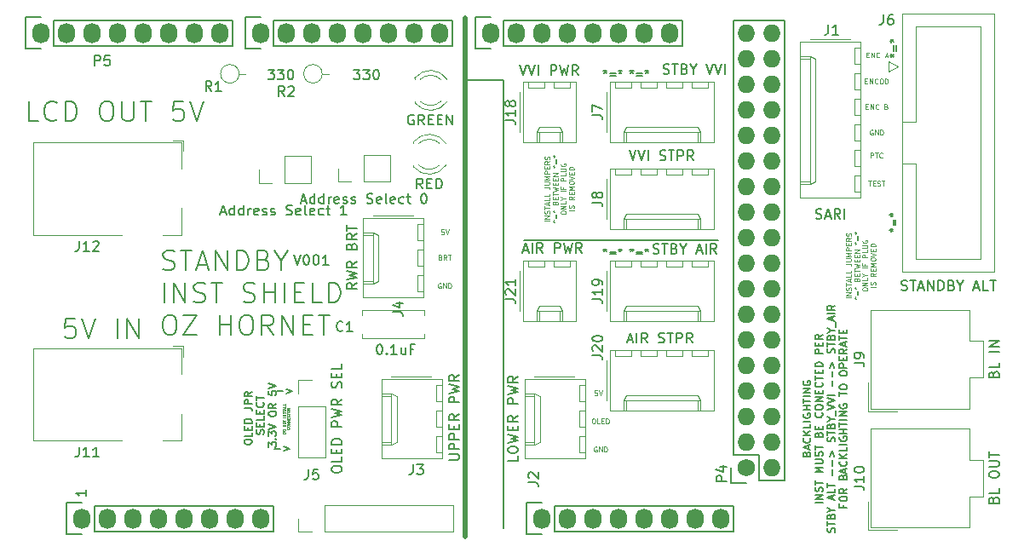
<source format=gbr>
G04 #@! TF.GenerationSoftware,KiCad,Pcbnew,(6.0.7-1)-1*
G04 #@! TF.CreationDate,2022-09-18T08:12:51+10:00*
G04 #@! TF.ProjectId,Standby_BM,5374616e-6462-4795-9f42-4d2e6b696361,rev?*
G04 #@! TF.SameCoordinates,Original*
G04 #@! TF.FileFunction,Legend,Top*
G04 #@! TF.FilePolarity,Positive*
%FSLAX46Y46*%
G04 Gerber Fmt 4.6, Leading zero omitted, Abs format (unit mm)*
G04 Created by KiCad (PCBNEW (6.0.7-1)-1) date 2022-09-18 08:12:51*
%MOMM*%
%LPD*%
G01*
G04 APERTURE LIST*
%ADD10C,0.150000*%
%ADD11C,0.500000*%
%ADD12C,0.125000*%
%ADD13C,0.062500*%
%ADD14C,0.120000*%
%ADD15C,1.727200*%
%ADD16O,1.727200X1.727200*%
%ADD17O,1.727200X2.032000*%
G04 APERTURE END LIST*
D10*
X175260000Y-91440000D02*
X194564000Y-91440000D01*
X173228000Y-75565000D02*
X173228000Y-120078500D01*
D11*
X169418000Y-69342000D02*
X169418000Y-120904000D01*
D10*
X169481500Y-75565000D02*
X173228000Y-75565000D01*
D12*
X182530761Y-106406190D02*
X182292666Y-106406190D01*
X182268857Y-106644285D01*
X182292666Y-106620476D01*
X182340285Y-106596666D01*
X182459333Y-106596666D01*
X182506952Y-106620476D01*
X182530761Y-106644285D01*
X182554571Y-106691904D01*
X182554571Y-106810952D01*
X182530761Y-106858571D01*
X182506952Y-106882380D01*
X182459333Y-106906190D01*
X182340285Y-106906190D01*
X182292666Y-106882380D01*
X182268857Y-106858571D01*
X182697428Y-106406190D02*
X182864095Y-106906190D01*
X183030761Y-106406190D01*
D10*
X203367178Y-112720000D02*
X203402892Y-112612857D01*
X203438607Y-112577142D01*
X203510035Y-112541428D01*
X203617178Y-112541428D01*
X203688607Y-112577142D01*
X203724321Y-112612857D01*
X203760035Y-112684285D01*
X203760035Y-112970000D01*
X203010035Y-112970000D01*
X203010035Y-112720000D01*
X203045750Y-112648571D01*
X203081464Y-112612857D01*
X203152892Y-112577142D01*
X203224321Y-112577142D01*
X203295750Y-112612857D01*
X203331464Y-112648571D01*
X203367178Y-112720000D01*
X203367178Y-112970000D01*
X203545750Y-112255714D02*
X203545750Y-111898571D01*
X203760035Y-112327142D02*
X203010035Y-112077142D01*
X203760035Y-111827142D01*
X203688607Y-111148571D02*
X203724321Y-111184285D01*
X203760035Y-111291428D01*
X203760035Y-111362857D01*
X203724321Y-111470000D01*
X203652892Y-111541428D01*
X203581464Y-111577142D01*
X203438607Y-111612857D01*
X203331464Y-111612857D01*
X203188607Y-111577142D01*
X203117178Y-111541428D01*
X203045750Y-111470000D01*
X203010035Y-111362857D01*
X203010035Y-111291428D01*
X203045750Y-111184285D01*
X203081464Y-111148571D01*
X203760035Y-110827142D02*
X203010035Y-110827142D01*
X203760035Y-110398571D02*
X203331464Y-110720000D01*
X203010035Y-110398571D02*
X203438607Y-110827142D01*
X203760035Y-109720000D02*
X203760035Y-110077142D01*
X203010035Y-110077142D01*
X203760035Y-109470000D02*
X203010035Y-109470000D01*
X203045750Y-108720000D02*
X203010035Y-108791428D01*
X203010035Y-108898571D01*
X203045750Y-109005714D01*
X203117178Y-109077142D01*
X203188607Y-109112857D01*
X203331464Y-109148571D01*
X203438607Y-109148571D01*
X203581464Y-109112857D01*
X203652892Y-109077142D01*
X203724321Y-109005714D01*
X203760035Y-108898571D01*
X203760035Y-108827142D01*
X203724321Y-108720000D01*
X203688607Y-108684285D01*
X203438607Y-108684285D01*
X203438607Y-108827142D01*
X203760035Y-108362857D02*
X203010035Y-108362857D01*
X203367178Y-108362857D02*
X203367178Y-107934285D01*
X203760035Y-107934285D02*
X203010035Y-107934285D01*
X203010035Y-107684285D02*
X203010035Y-107255714D01*
X203760035Y-107470000D02*
X203010035Y-107470000D01*
X203760035Y-107005714D02*
X203010035Y-107005714D01*
X203760035Y-106648571D02*
X203010035Y-106648571D01*
X203760035Y-106220000D01*
X203010035Y-106220000D01*
X203045750Y-105470000D02*
X203010035Y-105541428D01*
X203010035Y-105648571D01*
X203045750Y-105755714D01*
X203117178Y-105827142D01*
X203188607Y-105862857D01*
X203331464Y-105898571D01*
X203438607Y-105898571D01*
X203581464Y-105862857D01*
X203652892Y-105827142D01*
X203724321Y-105755714D01*
X203760035Y-105648571D01*
X203760035Y-105577142D01*
X203724321Y-105470000D01*
X203688607Y-105434285D01*
X203438607Y-105434285D01*
X203438607Y-105577142D01*
X204967535Y-117541428D02*
X204217535Y-117541428D01*
X204967535Y-117184285D02*
X204217535Y-117184285D01*
X204967535Y-116755714D01*
X204217535Y-116755714D01*
X204931821Y-116434285D02*
X204967535Y-116327142D01*
X204967535Y-116148571D01*
X204931821Y-116077142D01*
X204896107Y-116041428D01*
X204824678Y-116005714D01*
X204753250Y-116005714D01*
X204681821Y-116041428D01*
X204646107Y-116077142D01*
X204610392Y-116148571D01*
X204574678Y-116291428D01*
X204538964Y-116362857D01*
X204503250Y-116398571D01*
X204431821Y-116434285D01*
X204360392Y-116434285D01*
X204288964Y-116398571D01*
X204253250Y-116362857D01*
X204217535Y-116291428D01*
X204217535Y-116112857D01*
X204253250Y-116005714D01*
X204217535Y-115791428D02*
X204217535Y-115362857D01*
X204967535Y-115577142D02*
X204217535Y-115577142D01*
X204967535Y-114541428D02*
X204217535Y-114541428D01*
X204753250Y-114291428D01*
X204217535Y-114041428D01*
X204967535Y-114041428D01*
X204217535Y-113684285D02*
X204824678Y-113684285D01*
X204896107Y-113648571D01*
X204931821Y-113612857D01*
X204967535Y-113541428D01*
X204967535Y-113398571D01*
X204931821Y-113327142D01*
X204896107Y-113291428D01*
X204824678Y-113255714D01*
X204217535Y-113255714D01*
X204931821Y-112934285D02*
X204967535Y-112827142D01*
X204967535Y-112648571D01*
X204931821Y-112577142D01*
X204896107Y-112541428D01*
X204824678Y-112505714D01*
X204753250Y-112505714D01*
X204681821Y-112541428D01*
X204646107Y-112577142D01*
X204610392Y-112648571D01*
X204574678Y-112791428D01*
X204538964Y-112862857D01*
X204503250Y-112898571D01*
X204431821Y-112934285D01*
X204360392Y-112934285D01*
X204288964Y-112898571D01*
X204253250Y-112862857D01*
X204217535Y-112791428D01*
X204217535Y-112612857D01*
X204253250Y-112505714D01*
X204217535Y-112291428D02*
X204217535Y-111862857D01*
X204967535Y-112077142D02*
X204217535Y-112077142D01*
X204574678Y-110791428D02*
X204610392Y-110684285D01*
X204646107Y-110648571D01*
X204717535Y-110612857D01*
X204824678Y-110612857D01*
X204896107Y-110648571D01*
X204931821Y-110684285D01*
X204967535Y-110755714D01*
X204967535Y-111041428D01*
X204217535Y-111041428D01*
X204217535Y-110791428D01*
X204253250Y-110720000D01*
X204288964Y-110684285D01*
X204360392Y-110648571D01*
X204431821Y-110648571D01*
X204503250Y-110684285D01*
X204538964Y-110720000D01*
X204574678Y-110791428D01*
X204574678Y-111041428D01*
X204574678Y-110291428D02*
X204574678Y-110041428D01*
X204967535Y-109934285D02*
X204967535Y-110291428D01*
X204217535Y-110291428D01*
X204217535Y-109934285D01*
X204896107Y-108612857D02*
X204931821Y-108648571D01*
X204967535Y-108755714D01*
X204967535Y-108827142D01*
X204931821Y-108934285D01*
X204860392Y-109005714D01*
X204788964Y-109041428D01*
X204646107Y-109077142D01*
X204538964Y-109077142D01*
X204396107Y-109041428D01*
X204324678Y-109005714D01*
X204253250Y-108934285D01*
X204217535Y-108827142D01*
X204217535Y-108755714D01*
X204253250Y-108648571D01*
X204288964Y-108612857D01*
X204217535Y-108148571D02*
X204217535Y-108005714D01*
X204253250Y-107934285D01*
X204324678Y-107862857D01*
X204467535Y-107827142D01*
X204717535Y-107827142D01*
X204860392Y-107862857D01*
X204931821Y-107934285D01*
X204967535Y-108005714D01*
X204967535Y-108148571D01*
X204931821Y-108220000D01*
X204860392Y-108291428D01*
X204717535Y-108327142D01*
X204467535Y-108327142D01*
X204324678Y-108291428D01*
X204253250Y-108220000D01*
X204217535Y-108148571D01*
X204967535Y-107505714D02*
X204217535Y-107505714D01*
X204967535Y-107077142D01*
X204217535Y-107077142D01*
X204574678Y-106720000D02*
X204574678Y-106470000D01*
X204967535Y-106362857D02*
X204967535Y-106720000D01*
X204217535Y-106720000D01*
X204217535Y-106362857D01*
X204896107Y-105612857D02*
X204931821Y-105648571D01*
X204967535Y-105755714D01*
X204967535Y-105827142D01*
X204931821Y-105934285D01*
X204860392Y-106005714D01*
X204788964Y-106041428D01*
X204646107Y-106077142D01*
X204538964Y-106077142D01*
X204396107Y-106041428D01*
X204324678Y-106005714D01*
X204253250Y-105934285D01*
X204217535Y-105827142D01*
X204217535Y-105755714D01*
X204253250Y-105648571D01*
X204288964Y-105612857D01*
X204217535Y-105398571D02*
X204217535Y-104970000D01*
X204967535Y-105184285D02*
X204217535Y-105184285D01*
X204574678Y-104720000D02*
X204574678Y-104470000D01*
X204967535Y-104362857D02*
X204967535Y-104720000D01*
X204217535Y-104720000D01*
X204217535Y-104362857D01*
X204967535Y-104041428D02*
X204217535Y-104041428D01*
X204217535Y-103862857D01*
X204253250Y-103755714D01*
X204324678Y-103684285D01*
X204396107Y-103648571D01*
X204538964Y-103612857D01*
X204646107Y-103612857D01*
X204788964Y-103648571D01*
X204860392Y-103684285D01*
X204931821Y-103755714D01*
X204967535Y-103862857D01*
X204967535Y-104041428D01*
X204967535Y-102720000D02*
X204217535Y-102720000D01*
X204217535Y-102434285D01*
X204253250Y-102362857D01*
X204288964Y-102327142D01*
X204360392Y-102291428D01*
X204467535Y-102291428D01*
X204538964Y-102327142D01*
X204574678Y-102362857D01*
X204610392Y-102434285D01*
X204610392Y-102720000D01*
X204574678Y-101970000D02*
X204574678Y-101720000D01*
X204967535Y-101612857D02*
X204967535Y-101970000D01*
X204217535Y-101970000D01*
X204217535Y-101612857D01*
X204967535Y-100862857D02*
X204610392Y-101112857D01*
X204967535Y-101291428D02*
X204217535Y-101291428D01*
X204217535Y-101005714D01*
X204253250Y-100934285D01*
X204288964Y-100898571D01*
X204360392Y-100862857D01*
X204467535Y-100862857D01*
X204538964Y-100898571D01*
X204574678Y-100934285D01*
X204610392Y-101005714D01*
X204610392Y-101291428D01*
X206139321Y-120487857D02*
X206175035Y-120380714D01*
X206175035Y-120202142D01*
X206139321Y-120130714D01*
X206103607Y-120095000D01*
X206032178Y-120059285D01*
X205960750Y-120059285D01*
X205889321Y-120095000D01*
X205853607Y-120130714D01*
X205817892Y-120202142D01*
X205782178Y-120345000D01*
X205746464Y-120416428D01*
X205710750Y-120452142D01*
X205639321Y-120487857D01*
X205567892Y-120487857D01*
X205496464Y-120452142D01*
X205460750Y-120416428D01*
X205425035Y-120345000D01*
X205425035Y-120166428D01*
X205460750Y-120059285D01*
X205425035Y-119845000D02*
X205425035Y-119416428D01*
X206175035Y-119630714D02*
X205425035Y-119630714D01*
X205782178Y-118916428D02*
X205817892Y-118809285D01*
X205853607Y-118773571D01*
X205925035Y-118737857D01*
X206032178Y-118737857D01*
X206103607Y-118773571D01*
X206139321Y-118809285D01*
X206175035Y-118880714D01*
X206175035Y-119166428D01*
X205425035Y-119166428D01*
X205425035Y-118916428D01*
X205460750Y-118845000D01*
X205496464Y-118809285D01*
X205567892Y-118773571D01*
X205639321Y-118773571D01*
X205710750Y-118809285D01*
X205746464Y-118845000D01*
X205782178Y-118916428D01*
X205782178Y-119166428D01*
X205817892Y-118273571D02*
X206175035Y-118273571D01*
X205425035Y-118523571D02*
X205817892Y-118273571D01*
X205425035Y-118023571D01*
X205960750Y-117237857D02*
X205960750Y-116880714D01*
X206175035Y-117309285D02*
X205425035Y-117059285D01*
X206175035Y-116809285D01*
X206175035Y-116202142D02*
X206175035Y-116559285D01*
X205425035Y-116559285D01*
X205425035Y-116059285D02*
X205425035Y-115630714D01*
X206175035Y-115845000D02*
X205425035Y-115845000D01*
X205889321Y-114809285D02*
X205889321Y-114237857D01*
X205889321Y-113880714D02*
X205889321Y-113309285D01*
X205675035Y-112952142D02*
X205889321Y-112380714D01*
X206103607Y-112952142D01*
X206139321Y-111487857D02*
X206175035Y-111380714D01*
X206175035Y-111202142D01*
X206139321Y-111130714D01*
X206103607Y-111095000D01*
X206032178Y-111059285D01*
X205960750Y-111059285D01*
X205889321Y-111095000D01*
X205853607Y-111130714D01*
X205817892Y-111202142D01*
X205782178Y-111345000D01*
X205746464Y-111416428D01*
X205710750Y-111452142D01*
X205639321Y-111487857D01*
X205567892Y-111487857D01*
X205496464Y-111452142D01*
X205460750Y-111416428D01*
X205425035Y-111345000D01*
X205425035Y-111166428D01*
X205460750Y-111059285D01*
X205425035Y-110845000D02*
X205425035Y-110416428D01*
X206175035Y-110630714D02*
X205425035Y-110630714D01*
X205782178Y-109916428D02*
X205817892Y-109809285D01*
X205853607Y-109773571D01*
X205925035Y-109737857D01*
X206032178Y-109737857D01*
X206103607Y-109773571D01*
X206139321Y-109809285D01*
X206175035Y-109880714D01*
X206175035Y-110166428D01*
X205425035Y-110166428D01*
X205425035Y-109916428D01*
X205460750Y-109845000D01*
X205496464Y-109809285D01*
X205567892Y-109773571D01*
X205639321Y-109773571D01*
X205710750Y-109809285D01*
X205746464Y-109845000D01*
X205782178Y-109916428D01*
X205782178Y-110166428D01*
X205817892Y-109273571D02*
X206175035Y-109273571D01*
X205425035Y-109523571D02*
X205817892Y-109273571D01*
X205425035Y-109023571D01*
X206246464Y-108952142D02*
X206246464Y-108380714D01*
X205425035Y-108309285D02*
X206175035Y-108059285D01*
X205425035Y-107809285D01*
X205425035Y-107666428D02*
X206175035Y-107416428D01*
X205425035Y-107166428D01*
X206175035Y-106916428D02*
X205425035Y-106916428D01*
X205889321Y-105987857D02*
X205889321Y-105416428D01*
X205889321Y-105059285D02*
X205889321Y-104487857D01*
X205675035Y-104130714D02*
X205889321Y-103559285D01*
X206103607Y-104130714D01*
X206139321Y-102666428D02*
X206175035Y-102559285D01*
X206175035Y-102380714D01*
X206139321Y-102309285D01*
X206103607Y-102273571D01*
X206032178Y-102237857D01*
X205960750Y-102237857D01*
X205889321Y-102273571D01*
X205853607Y-102309285D01*
X205817892Y-102380714D01*
X205782178Y-102523571D01*
X205746464Y-102595000D01*
X205710750Y-102630714D01*
X205639321Y-102666428D01*
X205567892Y-102666428D01*
X205496464Y-102630714D01*
X205460750Y-102595000D01*
X205425035Y-102523571D01*
X205425035Y-102345000D01*
X205460750Y-102237857D01*
X205425035Y-102023571D02*
X205425035Y-101595000D01*
X206175035Y-101809285D02*
X205425035Y-101809285D01*
X205782178Y-101095000D02*
X205817892Y-100987857D01*
X205853607Y-100952142D01*
X205925035Y-100916428D01*
X206032178Y-100916428D01*
X206103607Y-100952142D01*
X206139321Y-100987857D01*
X206175035Y-101059285D01*
X206175035Y-101345000D01*
X205425035Y-101345000D01*
X205425035Y-101095000D01*
X205460750Y-101023571D01*
X205496464Y-100987857D01*
X205567892Y-100952142D01*
X205639321Y-100952142D01*
X205710750Y-100987857D01*
X205746464Y-101023571D01*
X205782178Y-101095000D01*
X205782178Y-101345000D01*
X205817892Y-100452142D02*
X206175035Y-100452142D01*
X205425035Y-100702142D02*
X205817892Y-100452142D01*
X205425035Y-100202142D01*
X206246464Y-100130714D02*
X206246464Y-99559285D01*
X205960750Y-99416428D02*
X205960750Y-99059285D01*
X206175035Y-99487857D02*
X205425035Y-99237857D01*
X206175035Y-98987857D01*
X206175035Y-98737857D02*
X205425035Y-98737857D01*
X206175035Y-97952142D02*
X205817892Y-98202142D01*
X206175035Y-98380714D02*
X205425035Y-98380714D01*
X205425035Y-98095000D01*
X205460750Y-98023571D01*
X205496464Y-97987857D01*
X205567892Y-97952142D01*
X205675035Y-97952142D01*
X205746464Y-97987857D01*
X205782178Y-98023571D01*
X205817892Y-98095000D01*
X205817892Y-98380714D01*
X206989678Y-117773571D02*
X206989678Y-118023571D01*
X207382535Y-118023571D02*
X206632535Y-118023571D01*
X206632535Y-117666428D01*
X206632535Y-117237857D02*
X206632535Y-117095000D01*
X206668250Y-117023571D01*
X206739678Y-116952142D01*
X206882535Y-116916428D01*
X207132535Y-116916428D01*
X207275392Y-116952142D01*
X207346821Y-117023571D01*
X207382535Y-117095000D01*
X207382535Y-117237857D01*
X207346821Y-117309285D01*
X207275392Y-117380714D01*
X207132535Y-117416428D01*
X206882535Y-117416428D01*
X206739678Y-117380714D01*
X206668250Y-117309285D01*
X206632535Y-117237857D01*
X207382535Y-116166428D02*
X207025392Y-116416428D01*
X207382535Y-116595000D02*
X206632535Y-116595000D01*
X206632535Y-116309285D01*
X206668250Y-116237857D01*
X206703964Y-116202142D01*
X206775392Y-116166428D01*
X206882535Y-116166428D01*
X206953964Y-116202142D01*
X206989678Y-116237857D01*
X207025392Y-116309285D01*
X207025392Y-116595000D01*
X206989678Y-115023571D02*
X207025392Y-114916428D01*
X207061107Y-114880714D01*
X207132535Y-114845000D01*
X207239678Y-114845000D01*
X207311107Y-114880714D01*
X207346821Y-114916428D01*
X207382535Y-114987857D01*
X207382535Y-115273571D01*
X206632535Y-115273571D01*
X206632535Y-115023571D01*
X206668250Y-114952142D01*
X206703964Y-114916428D01*
X206775392Y-114880714D01*
X206846821Y-114880714D01*
X206918250Y-114916428D01*
X206953964Y-114952142D01*
X206989678Y-115023571D01*
X206989678Y-115273571D01*
X207168250Y-114559285D02*
X207168250Y-114202142D01*
X207382535Y-114630714D02*
X206632535Y-114380714D01*
X207382535Y-114130714D01*
X207311107Y-113452142D02*
X207346821Y-113487857D01*
X207382535Y-113595000D01*
X207382535Y-113666428D01*
X207346821Y-113773571D01*
X207275392Y-113845000D01*
X207203964Y-113880714D01*
X207061107Y-113916428D01*
X206953964Y-113916428D01*
X206811107Y-113880714D01*
X206739678Y-113845000D01*
X206668250Y-113773571D01*
X206632535Y-113666428D01*
X206632535Y-113595000D01*
X206668250Y-113487857D01*
X206703964Y-113452142D01*
X207382535Y-113130714D02*
X206632535Y-113130714D01*
X207382535Y-112702142D02*
X206953964Y-113023571D01*
X206632535Y-112702142D02*
X207061107Y-113130714D01*
X207382535Y-112023571D02*
X207382535Y-112380714D01*
X206632535Y-112380714D01*
X207382535Y-111773571D02*
X206632535Y-111773571D01*
X206668250Y-111023571D02*
X206632535Y-111095000D01*
X206632535Y-111202142D01*
X206668250Y-111309285D01*
X206739678Y-111380714D01*
X206811107Y-111416428D01*
X206953964Y-111452142D01*
X207061107Y-111452142D01*
X207203964Y-111416428D01*
X207275392Y-111380714D01*
X207346821Y-111309285D01*
X207382535Y-111202142D01*
X207382535Y-111130714D01*
X207346821Y-111023571D01*
X207311107Y-110987857D01*
X207061107Y-110987857D01*
X207061107Y-111130714D01*
X207382535Y-110666428D02*
X206632535Y-110666428D01*
X206989678Y-110666428D02*
X206989678Y-110237857D01*
X207382535Y-110237857D02*
X206632535Y-110237857D01*
X206632535Y-109987857D02*
X206632535Y-109559285D01*
X207382535Y-109773571D02*
X206632535Y-109773571D01*
X207382535Y-109309285D02*
X206632535Y-109309285D01*
X207382535Y-108952142D02*
X206632535Y-108952142D01*
X207382535Y-108523571D01*
X206632535Y-108523571D01*
X206668250Y-107773571D02*
X206632535Y-107845000D01*
X206632535Y-107952142D01*
X206668250Y-108059285D01*
X206739678Y-108130714D01*
X206811107Y-108166428D01*
X206953964Y-108202142D01*
X207061107Y-108202142D01*
X207203964Y-108166428D01*
X207275392Y-108130714D01*
X207346821Y-108059285D01*
X207382535Y-107952142D01*
X207382535Y-107880714D01*
X207346821Y-107773571D01*
X207311107Y-107737857D01*
X207061107Y-107737857D01*
X207061107Y-107880714D01*
X206632535Y-106952142D02*
X206632535Y-106523571D01*
X207382535Y-106737857D02*
X206632535Y-106737857D01*
X206632535Y-106130714D02*
X206632535Y-105987857D01*
X206668250Y-105916428D01*
X206739678Y-105845000D01*
X206882535Y-105809285D01*
X207132535Y-105809285D01*
X207275392Y-105845000D01*
X207346821Y-105916428D01*
X207382535Y-105987857D01*
X207382535Y-106130714D01*
X207346821Y-106202142D01*
X207275392Y-106273571D01*
X207132535Y-106309285D01*
X206882535Y-106309285D01*
X206739678Y-106273571D01*
X206668250Y-106202142D01*
X206632535Y-106130714D01*
X206632535Y-104773571D02*
X206632535Y-104630714D01*
X206668250Y-104559285D01*
X206739678Y-104487857D01*
X206882535Y-104452142D01*
X207132535Y-104452142D01*
X207275392Y-104487857D01*
X207346821Y-104559285D01*
X207382535Y-104630714D01*
X207382535Y-104773571D01*
X207346821Y-104845000D01*
X207275392Y-104916428D01*
X207132535Y-104952142D01*
X206882535Y-104952142D01*
X206739678Y-104916428D01*
X206668250Y-104845000D01*
X206632535Y-104773571D01*
X207382535Y-104130714D02*
X206632535Y-104130714D01*
X206632535Y-103845000D01*
X206668250Y-103773571D01*
X206703964Y-103737857D01*
X206775392Y-103702142D01*
X206882535Y-103702142D01*
X206953964Y-103737857D01*
X206989678Y-103773571D01*
X207025392Y-103845000D01*
X207025392Y-104130714D01*
X206989678Y-103380714D02*
X206989678Y-103130714D01*
X207382535Y-103023571D02*
X207382535Y-103380714D01*
X206632535Y-103380714D01*
X206632535Y-103023571D01*
X207382535Y-102273571D02*
X207025392Y-102523571D01*
X207382535Y-102702142D02*
X206632535Y-102702142D01*
X206632535Y-102416428D01*
X206668250Y-102345000D01*
X206703964Y-102309285D01*
X206775392Y-102273571D01*
X206882535Y-102273571D01*
X206953964Y-102309285D01*
X206989678Y-102345000D01*
X207025392Y-102416428D01*
X207025392Y-102702142D01*
X207168250Y-101987857D02*
X207168250Y-101630714D01*
X207382535Y-102059285D02*
X206632535Y-101809285D01*
X207382535Y-101559285D01*
X206632535Y-101416428D02*
X206632535Y-100987857D01*
X207382535Y-101202142D02*
X206632535Y-101202142D01*
X206989678Y-100737857D02*
X206989678Y-100487857D01*
X207382535Y-100380714D02*
X207382535Y-100737857D01*
X206632535Y-100737857D01*
X206632535Y-100380714D01*
D12*
X167005047Y-95762000D02*
X166957428Y-95738190D01*
X166886000Y-95738190D01*
X166814571Y-95762000D01*
X166766952Y-95809619D01*
X166743142Y-95857238D01*
X166719333Y-95952476D01*
X166719333Y-96023904D01*
X166743142Y-96119142D01*
X166766952Y-96166761D01*
X166814571Y-96214380D01*
X166886000Y-96238190D01*
X166933619Y-96238190D01*
X167005047Y-96214380D01*
X167028857Y-96190571D01*
X167028857Y-96023904D01*
X166933619Y-96023904D01*
X167243142Y-96238190D02*
X167243142Y-95738190D01*
X167528857Y-96238190D01*
X167528857Y-95738190D01*
X167766952Y-96238190D02*
X167766952Y-95738190D01*
X167886000Y-95738190D01*
X167957428Y-95762000D01*
X168005047Y-95809619D01*
X168028857Y-95857238D01*
X168052666Y-95952476D01*
X168052666Y-96023904D01*
X168028857Y-96119142D01*
X168005047Y-96166761D01*
X167957428Y-96214380D01*
X167886000Y-96238190D01*
X167766952Y-96238190D01*
X177834690Y-89562380D02*
X177334690Y-89562380D01*
X177834690Y-89324285D02*
X177334690Y-89324285D01*
X177834690Y-89038571D01*
X177334690Y-89038571D01*
X177810880Y-88824285D02*
X177834690Y-88752857D01*
X177834690Y-88633809D01*
X177810880Y-88586190D01*
X177787071Y-88562380D01*
X177739452Y-88538571D01*
X177691833Y-88538571D01*
X177644214Y-88562380D01*
X177620404Y-88586190D01*
X177596595Y-88633809D01*
X177572785Y-88729047D01*
X177548976Y-88776666D01*
X177525166Y-88800476D01*
X177477547Y-88824285D01*
X177429928Y-88824285D01*
X177382309Y-88800476D01*
X177358500Y-88776666D01*
X177334690Y-88729047D01*
X177334690Y-88610000D01*
X177358500Y-88538571D01*
X177334690Y-88395714D02*
X177334690Y-88110000D01*
X177834690Y-88252857D02*
X177334690Y-88252857D01*
X177691833Y-87967142D02*
X177691833Y-87729047D01*
X177834690Y-88014761D02*
X177334690Y-87848095D01*
X177834690Y-87681428D01*
X177834690Y-87276666D02*
X177834690Y-87514761D01*
X177334690Y-87514761D01*
X177834690Y-86871904D02*
X177834690Y-87110000D01*
X177334690Y-87110000D01*
X177334690Y-86181428D02*
X177691833Y-86181428D01*
X177763261Y-86205238D01*
X177810880Y-86252857D01*
X177834690Y-86324285D01*
X177834690Y-86371904D01*
X177334690Y-85943333D02*
X177739452Y-85943333D01*
X177787071Y-85919523D01*
X177810880Y-85895714D01*
X177834690Y-85848095D01*
X177834690Y-85752857D01*
X177810880Y-85705238D01*
X177787071Y-85681428D01*
X177739452Y-85657619D01*
X177334690Y-85657619D01*
X177834690Y-85419523D02*
X177334690Y-85419523D01*
X177691833Y-85252857D01*
X177334690Y-85086190D01*
X177834690Y-85086190D01*
X177834690Y-84848095D02*
X177334690Y-84848095D01*
X177334690Y-84657619D01*
X177358500Y-84610000D01*
X177382309Y-84586190D01*
X177429928Y-84562380D01*
X177501357Y-84562380D01*
X177548976Y-84586190D01*
X177572785Y-84610000D01*
X177596595Y-84657619D01*
X177596595Y-84848095D01*
X177572785Y-84348095D02*
X177572785Y-84181428D01*
X177834690Y-84110000D02*
X177834690Y-84348095D01*
X177334690Y-84348095D01*
X177334690Y-84110000D01*
X177834690Y-83610000D02*
X177596595Y-83776666D01*
X177834690Y-83895714D02*
X177334690Y-83895714D01*
X177334690Y-83705238D01*
X177358500Y-83657619D01*
X177382309Y-83633809D01*
X177429928Y-83610000D01*
X177501357Y-83610000D01*
X177548976Y-83633809D01*
X177572785Y-83657619D01*
X177596595Y-83705238D01*
X177596595Y-83895714D01*
X177810880Y-83419523D02*
X177834690Y-83348095D01*
X177834690Y-83229047D01*
X177810880Y-83181428D01*
X177787071Y-83157619D01*
X177739452Y-83133809D01*
X177691833Y-83133809D01*
X177644214Y-83157619D01*
X177620404Y-83181428D01*
X177596595Y-83229047D01*
X177572785Y-83324285D01*
X177548976Y-83371904D01*
X177525166Y-83395714D01*
X177477547Y-83419523D01*
X177429928Y-83419523D01*
X177382309Y-83395714D01*
X177358500Y-83371904D01*
X177334690Y-83324285D01*
X177334690Y-83205238D01*
X177358500Y-83133809D01*
X178139690Y-89598095D02*
X178258738Y-89598095D01*
X178211119Y-89717142D02*
X178258738Y-89598095D01*
X178211119Y-89479047D01*
X178353976Y-89669523D02*
X178258738Y-89598095D01*
X178353976Y-89526666D01*
X178377785Y-89288571D02*
X178377785Y-88907619D01*
X178520642Y-88907619D02*
X178520642Y-89288571D01*
X178139690Y-88598095D02*
X178258738Y-88598095D01*
X178211119Y-88717142D02*
X178258738Y-88598095D01*
X178211119Y-88479047D01*
X178353976Y-88669523D02*
X178258738Y-88598095D01*
X178353976Y-88526666D01*
X178377785Y-87740952D02*
X178401595Y-87669523D01*
X178425404Y-87645714D01*
X178473023Y-87621904D01*
X178544452Y-87621904D01*
X178592071Y-87645714D01*
X178615880Y-87669523D01*
X178639690Y-87717142D01*
X178639690Y-87907619D01*
X178139690Y-87907619D01*
X178139690Y-87740952D01*
X178163500Y-87693333D01*
X178187309Y-87669523D01*
X178234928Y-87645714D01*
X178282547Y-87645714D01*
X178330166Y-87669523D01*
X178353976Y-87693333D01*
X178377785Y-87740952D01*
X178377785Y-87907619D01*
X178377785Y-87407619D02*
X178377785Y-87240952D01*
X178639690Y-87169523D02*
X178639690Y-87407619D01*
X178139690Y-87407619D01*
X178139690Y-87169523D01*
X178139690Y-87026666D02*
X178139690Y-86740952D01*
X178639690Y-86883809D02*
X178139690Y-86883809D01*
X178139690Y-86621904D02*
X178639690Y-86502857D01*
X178282547Y-86407619D01*
X178639690Y-86312380D01*
X178139690Y-86193333D01*
X178377785Y-86002857D02*
X178377785Y-85836190D01*
X178639690Y-85764761D02*
X178639690Y-86002857D01*
X178139690Y-86002857D01*
X178139690Y-85764761D01*
X178377785Y-85550476D02*
X178377785Y-85383809D01*
X178639690Y-85312380D02*
X178639690Y-85550476D01*
X178139690Y-85550476D01*
X178139690Y-85312380D01*
X178639690Y-85098095D02*
X178139690Y-85098095D01*
X178639690Y-84812380D01*
X178139690Y-84812380D01*
X178139690Y-84121904D02*
X178258738Y-84121904D01*
X178211119Y-84240952D02*
X178258738Y-84121904D01*
X178211119Y-84002857D01*
X178353976Y-84193333D02*
X178258738Y-84121904D01*
X178353976Y-84050476D01*
X178377785Y-83812380D02*
X178377785Y-83431428D01*
X178520642Y-83431428D02*
X178520642Y-83812380D01*
X178139690Y-83121904D02*
X178258738Y-83121904D01*
X178211119Y-83240952D02*
X178258738Y-83121904D01*
X178211119Y-83002857D01*
X178353976Y-83193333D02*
X178258738Y-83121904D01*
X178353976Y-83050476D01*
X178944690Y-88764761D02*
X178944690Y-88669523D01*
X178968500Y-88621904D01*
X179016119Y-88574285D01*
X179111357Y-88550476D01*
X179278023Y-88550476D01*
X179373261Y-88574285D01*
X179420880Y-88621904D01*
X179444690Y-88669523D01*
X179444690Y-88764761D01*
X179420880Y-88812380D01*
X179373261Y-88860000D01*
X179278023Y-88883809D01*
X179111357Y-88883809D01*
X179016119Y-88860000D01*
X178968500Y-88812380D01*
X178944690Y-88764761D01*
X179444690Y-88336190D02*
X178944690Y-88336190D01*
X179444690Y-88050476D01*
X178944690Y-88050476D01*
X179444690Y-87574285D02*
X179444690Y-87812380D01*
X178944690Y-87812380D01*
X179206595Y-87312380D02*
X179444690Y-87312380D01*
X178944690Y-87479047D02*
X179206595Y-87312380D01*
X178944690Y-87145714D01*
X179444690Y-86598095D02*
X178944690Y-86598095D01*
X179182785Y-86193333D02*
X179182785Y-86360000D01*
X179444690Y-86360000D02*
X178944690Y-86360000D01*
X178944690Y-86121904D01*
X179444690Y-85550476D02*
X178944690Y-85550476D01*
X178944690Y-85360000D01*
X178968500Y-85312380D01*
X178992309Y-85288571D01*
X179039928Y-85264761D01*
X179111357Y-85264761D01*
X179158976Y-85288571D01*
X179182785Y-85312380D01*
X179206595Y-85360000D01*
X179206595Y-85550476D01*
X179444690Y-84812380D02*
X179444690Y-85050476D01*
X178944690Y-85050476D01*
X178944690Y-84645714D02*
X179349452Y-84645714D01*
X179397071Y-84621904D01*
X179420880Y-84598095D01*
X179444690Y-84550476D01*
X179444690Y-84455238D01*
X179420880Y-84407619D01*
X179397071Y-84383809D01*
X179349452Y-84360000D01*
X178944690Y-84360000D01*
X178968500Y-83860000D02*
X178944690Y-83907619D01*
X178944690Y-83979047D01*
X178968500Y-84050476D01*
X179016119Y-84098095D01*
X179063738Y-84121904D01*
X179158976Y-84145714D01*
X179230404Y-84145714D01*
X179325642Y-84121904D01*
X179373261Y-84098095D01*
X179420880Y-84050476D01*
X179444690Y-83979047D01*
X179444690Y-83931428D01*
X179420880Y-83860000D01*
X179397071Y-83836190D01*
X179230404Y-83836190D01*
X179230404Y-83931428D01*
X180249690Y-88502857D02*
X179749690Y-88502857D01*
X180225880Y-88288571D02*
X180249690Y-88217142D01*
X180249690Y-88098095D01*
X180225880Y-88050476D01*
X180202071Y-88026666D01*
X180154452Y-88002857D01*
X180106833Y-88002857D01*
X180059214Y-88026666D01*
X180035404Y-88050476D01*
X180011595Y-88098095D01*
X179987785Y-88193333D01*
X179963976Y-88240952D01*
X179940166Y-88264761D01*
X179892547Y-88288571D01*
X179844928Y-88288571D01*
X179797309Y-88264761D01*
X179773500Y-88240952D01*
X179749690Y-88193333D01*
X179749690Y-88074285D01*
X179773500Y-88002857D01*
X180249690Y-87121904D02*
X180011595Y-87288571D01*
X180249690Y-87407619D02*
X179749690Y-87407619D01*
X179749690Y-87217142D01*
X179773500Y-87169523D01*
X179797309Y-87145714D01*
X179844928Y-87121904D01*
X179916357Y-87121904D01*
X179963976Y-87145714D01*
X179987785Y-87169523D01*
X180011595Y-87217142D01*
X180011595Y-87407619D01*
X179987785Y-86907619D02*
X179987785Y-86740952D01*
X180249690Y-86669523D02*
X180249690Y-86907619D01*
X179749690Y-86907619D01*
X179749690Y-86669523D01*
X180249690Y-86455238D02*
X179749690Y-86455238D01*
X180106833Y-86288571D01*
X179749690Y-86121904D01*
X180249690Y-86121904D01*
X179749690Y-85788571D02*
X179749690Y-85693333D01*
X179773500Y-85645714D01*
X179821119Y-85598095D01*
X179916357Y-85574285D01*
X180083023Y-85574285D01*
X180178261Y-85598095D01*
X180225880Y-85645714D01*
X180249690Y-85693333D01*
X180249690Y-85788571D01*
X180225880Y-85836190D01*
X180178261Y-85883809D01*
X180083023Y-85907619D01*
X179916357Y-85907619D01*
X179821119Y-85883809D01*
X179773500Y-85836190D01*
X179749690Y-85788571D01*
X179749690Y-85431428D02*
X180249690Y-85264761D01*
X179749690Y-85098095D01*
X179987785Y-84931428D02*
X179987785Y-84764761D01*
X180249690Y-84693333D02*
X180249690Y-84931428D01*
X179749690Y-84931428D01*
X179749690Y-84693333D01*
X180249690Y-84479047D02*
X179749690Y-84479047D01*
X179749690Y-84360000D01*
X179773500Y-84288571D01*
X179821119Y-84240952D01*
X179868738Y-84217142D01*
X179963976Y-84193333D01*
X180035404Y-84193333D01*
X180130642Y-84217142D01*
X180178261Y-84240952D01*
X180225880Y-84288571D01*
X180249690Y-84360000D01*
X180249690Y-84479047D01*
D10*
X183344540Y-92285373D02*
X183344540Y-92463945D01*
X183165969Y-92392516D02*
X183344540Y-92463945D01*
X183523111Y-92392516D01*
X183237397Y-92606802D02*
X183344540Y-92463945D01*
X183451683Y-92606802D01*
X183808826Y-92642516D02*
X184380254Y-92642516D01*
X184380254Y-92856802D02*
X183808826Y-92856802D01*
X184844540Y-92285373D02*
X184844540Y-92463945D01*
X184665969Y-92392516D02*
X184844540Y-92463945D01*
X185023111Y-92392516D01*
X184737397Y-92606802D02*
X184844540Y-92463945D01*
X184951683Y-92606802D01*
X185987397Y-92285373D02*
X185987397Y-92463945D01*
X185808826Y-92392516D02*
X185987397Y-92463945D01*
X186165969Y-92392516D01*
X185880254Y-92606802D02*
X185987397Y-92463945D01*
X186094540Y-92606802D01*
X186451683Y-92642516D02*
X187023111Y-92642516D01*
X187023111Y-92856802D02*
X186451683Y-92856802D01*
X187487397Y-92285373D02*
X187487397Y-92463945D01*
X187308826Y-92392516D02*
X187487397Y-92463945D01*
X187665969Y-92392516D01*
X187380254Y-92606802D02*
X187487397Y-92463945D01*
X187594540Y-92606802D01*
D12*
X209514380Y-85578190D02*
X209800095Y-85578190D01*
X209657238Y-86078190D02*
X209657238Y-85578190D01*
X209966761Y-85816285D02*
X210133428Y-85816285D01*
X210204857Y-86078190D02*
X209966761Y-86078190D01*
X209966761Y-85578190D01*
X210204857Y-85578190D01*
X210395333Y-86054380D02*
X210466761Y-86078190D01*
X210585809Y-86078190D01*
X210633428Y-86054380D01*
X210657238Y-86030571D01*
X210681047Y-85982952D01*
X210681047Y-85935333D01*
X210657238Y-85887714D01*
X210633428Y-85863904D01*
X210585809Y-85840095D01*
X210490571Y-85816285D01*
X210442952Y-85792476D01*
X210419142Y-85768666D01*
X210395333Y-85721047D01*
X210395333Y-85673428D01*
X210419142Y-85625809D01*
X210442952Y-85602000D01*
X210490571Y-85578190D01*
X210609619Y-85578190D01*
X210681047Y-85602000D01*
X210823904Y-85578190D02*
X211109619Y-85578190D01*
X210966761Y-86078190D02*
X210966761Y-85578190D01*
X209931047Y-80522000D02*
X209883428Y-80498190D01*
X209812000Y-80498190D01*
X209740571Y-80522000D01*
X209692952Y-80569619D01*
X209669142Y-80617238D01*
X209645333Y-80712476D01*
X209645333Y-80783904D01*
X209669142Y-80879142D01*
X209692952Y-80926761D01*
X209740571Y-80974380D01*
X209812000Y-80998190D01*
X209859619Y-80998190D01*
X209931047Y-80974380D01*
X209954857Y-80950571D01*
X209954857Y-80783904D01*
X209859619Y-80783904D01*
X210169142Y-80998190D02*
X210169142Y-80498190D01*
X210454857Y-80998190D01*
X210454857Y-80498190D01*
X210692952Y-80998190D02*
X210692952Y-80498190D01*
X210812000Y-80498190D01*
X210883428Y-80522000D01*
X210931047Y-80569619D01*
X210954857Y-80617238D01*
X210978666Y-80712476D01*
X210978666Y-80783904D01*
X210954857Y-80879142D01*
X210931047Y-80926761D01*
X210883428Y-80974380D01*
X210812000Y-80998190D01*
X210692952Y-80998190D01*
D10*
X150507000Y-112186896D02*
X151078428Y-112186896D01*
X151435571Y-111972610D02*
X152007000Y-112186896D01*
X151435571Y-112401182D01*
X131770380Y-116300285D02*
X131770380Y-116871714D01*
X131770380Y-116586000D02*
X130770380Y-116586000D01*
X130913238Y-116681238D01*
X131008476Y-116776476D01*
X131056095Y-116871714D01*
D12*
X166981238Y-93182285D02*
X167052666Y-93206095D01*
X167076476Y-93229904D01*
X167100285Y-93277523D01*
X167100285Y-93348952D01*
X167076476Y-93396571D01*
X167052666Y-93420380D01*
X167005047Y-93444190D01*
X166814571Y-93444190D01*
X166814571Y-92944190D01*
X166981238Y-92944190D01*
X167028857Y-92968000D01*
X167052666Y-92991809D01*
X167076476Y-93039428D01*
X167076476Y-93087047D01*
X167052666Y-93134666D01*
X167028857Y-93158476D01*
X166981238Y-93182285D01*
X166814571Y-93182285D01*
X167600285Y-93444190D02*
X167433619Y-93206095D01*
X167314571Y-93444190D02*
X167314571Y-92944190D01*
X167505047Y-92944190D01*
X167552666Y-92968000D01*
X167576476Y-92991809D01*
X167600285Y-93039428D01*
X167600285Y-93110857D01*
X167576476Y-93158476D01*
X167552666Y-93182285D01*
X167505047Y-93206095D01*
X167314571Y-93206095D01*
X167743142Y-92944190D02*
X168028857Y-92944190D01*
X167886000Y-93444190D02*
X167886000Y-92944190D01*
D10*
X139416452Y-94363523D02*
X139702166Y-94458761D01*
X140178357Y-94458761D01*
X140368833Y-94363523D01*
X140464071Y-94268285D01*
X140559309Y-94077809D01*
X140559309Y-93887333D01*
X140464071Y-93696857D01*
X140368833Y-93601619D01*
X140178357Y-93506380D01*
X139797404Y-93411142D01*
X139606928Y-93315904D01*
X139511690Y-93220666D01*
X139416452Y-93030190D01*
X139416452Y-92839714D01*
X139511690Y-92649238D01*
X139606928Y-92554000D01*
X139797404Y-92458761D01*
X140273595Y-92458761D01*
X140559309Y-92554000D01*
X141130738Y-92458761D02*
X142273595Y-92458761D01*
X141702166Y-94458761D02*
X141702166Y-92458761D01*
X142845023Y-93887333D02*
X143797404Y-93887333D01*
X142654547Y-94458761D02*
X143321214Y-92458761D01*
X143987880Y-94458761D01*
X144654547Y-94458761D02*
X144654547Y-92458761D01*
X145797404Y-94458761D01*
X145797404Y-92458761D01*
X146749785Y-94458761D02*
X146749785Y-92458761D01*
X147225976Y-92458761D01*
X147511690Y-92554000D01*
X147702166Y-92744476D01*
X147797404Y-92934952D01*
X147892642Y-93315904D01*
X147892642Y-93601619D01*
X147797404Y-93982571D01*
X147702166Y-94173047D01*
X147511690Y-94363523D01*
X147225976Y-94458761D01*
X146749785Y-94458761D01*
X149416452Y-93411142D02*
X149702166Y-93506380D01*
X149797404Y-93601619D01*
X149892642Y-93792095D01*
X149892642Y-94077809D01*
X149797404Y-94268285D01*
X149702166Y-94363523D01*
X149511690Y-94458761D01*
X148749785Y-94458761D01*
X148749785Y-92458761D01*
X149416452Y-92458761D01*
X149606928Y-92554000D01*
X149702166Y-92649238D01*
X149797404Y-92839714D01*
X149797404Y-93030190D01*
X149702166Y-93220666D01*
X149606928Y-93315904D01*
X149416452Y-93411142D01*
X148749785Y-93411142D01*
X151130738Y-93506380D02*
X151130738Y-94458761D01*
X150464071Y-92458761D02*
X151130738Y-93506380D01*
X151797404Y-92458761D01*
X139511690Y-97678761D02*
X139511690Y-95678761D01*
X140464071Y-97678761D02*
X140464071Y-95678761D01*
X141606928Y-97678761D01*
X141606928Y-95678761D01*
X142464071Y-97583523D02*
X142749785Y-97678761D01*
X143225976Y-97678761D01*
X143416452Y-97583523D01*
X143511690Y-97488285D01*
X143606928Y-97297809D01*
X143606928Y-97107333D01*
X143511690Y-96916857D01*
X143416452Y-96821619D01*
X143225976Y-96726380D01*
X142845023Y-96631142D01*
X142654547Y-96535904D01*
X142559309Y-96440666D01*
X142464071Y-96250190D01*
X142464071Y-96059714D01*
X142559309Y-95869238D01*
X142654547Y-95774000D01*
X142845023Y-95678761D01*
X143321214Y-95678761D01*
X143606928Y-95774000D01*
X144178357Y-95678761D02*
X145321214Y-95678761D01*
X144749785Y-97678761D02*
X144749785Y-95678761D01*
X147416452Y-97583523D02*
X147702166Y-97678761D01*
X148178357Y-97678761D01*
X148368833Y-97583523D01*
X148464071Y-97488285D01*
X148559309Y-97297809D01*
X148559309Y-97107333D01*
X148464071Y-96916857D01*
X148368833Y-96821619D01*
X148178357Y-96726380D01*
X147797404Y-96631142D01*
X147606928Y-96535904D01*
X147511690Y-96440666D01*
X147416452Y-96250190D01*
X147416452Y-96059714D01*
X147511690Y-95869238D01*
X147606928Y-95774000D01*
X147797404Y-95678761D01*
X148273595Y-95678761D01*
X148559309Y-95774000D01*
X149416452Y-97678761D02*
X149416452Y-95678761D01*
X149416452Y-96631142D02*
X150559309Y-96631142D01*
X150559309Y-97678761D02*
X150559309Y-95678761D01*
X151511690Y-97678761D02*
X151511690Y-95678761D01*
X152464071Y-96631142D02*
X153130738Y-96631142D01*
X153416452Y-97678761D02*
X152464071Y-97678761D01*
X152464071Y-95678761D01*
X153416452Y-95678761D01*
X155225976Y-97678761D02*
X154273595Y-97678761D01*
X154273595Y-95678761D01*
X155892642Y-97678761D02*
X155892642Y-95678761D01*
X156368833Y-95678761D01*
X156654547Y-95774000D01*
X156845023Y-95964476D01*
X156940261Y-96154952D01*
X157035500Y-96535904D01*
X157035500Y-96821619D01*
X156940261Y-97202571D01*
X156845023Y-97393047D01*
X156654547Y-97583523D01*
X156368833Y-97678761D01*
X155892642Y-97678761D01*
X139892642Y-98898761D02*
X140273595Y-98898761D01*
X140464071Y-98994000D01*
X140654547Y-99184476D01*
X140749785Y-99565428D01*
X140749785Y-100232095D01*
X140654547Y-100613047D01*
X140464071Y-100803523D01*
X140273595Y-100898761D01*
X139892642Y-100898761D01*
X139702166Y-100803523D01*
X139511690Y-100613047D01*
X139416452Y-100232095D01*
X139416452Y-99565428D01*
X139511690Y-99184476D01*
X139702166Y-98994000D01*
X139892642Y-98898761D01*
X141416452Y-98898761D02*
X142749785Y-98898761D01*
X141416452Y-100898761D01*
X142749785Y-100898761D01*
X145035500Y-100898761D02*
X145035500Y-98898761D01*
X145035500Y-99851142D02*
X146178357Y-99851142D01*
X146178357Y-100898761D02*
X146178357Y-98898761D01*
X147511690Y-98898761D02*
X147892642Y-98898761D01*
X148083119Y-98994000D01*
X148273595Y-99184476D01*
X148368833Y-99565428D01*
X148368833Y-100232095D01*
X148273595Y-100613047D01*
X148083119Y-100803523D01*
X147892642Y-100898761D01*
X147511690Y-100898761D01*
X147321214Y-100803523D01*
X147130738Y-100613047D01*
X147035500Y-100232095D01*
X147035500Y-99565428D01*
X147130738Y-99184476D01*
X147321214Y-98994000D01*
X147511690Y-98898761D01*
X150368833Y-100898761D02*
X149702166Y-99946380D01*
X149225976Y-100898761D02*
X149225976Y-98898761D01*
X149987880Y-98898761D01*
X150178357Y-98994000D01*
X150273595Y-99089238D01*
X150368833Y-99279714D01*
X150368833Y-99565428D01*
X150273595Y-99755904D01*
X150178357Y-99851142D01*
X149987880Y-99946380D01*
X149225976Y-99946380D01*
X151225976Y-100898761D02*
X151225976Y-98898761D01*
X152368833Y-100898761D01*
X152368833Y-98898761D01*
X153321214Y-99851142D02*
X153987880Y-99851142D01*
X154273595Y-100898761D02*
X153321214Y-100898761D01*
X153321214Y-98898761D01*
X154273595Y-98898761D01*
X154845023Y-98898761D02*
X155987880Y-98898761D01*
X155416452Y-100898761D02*
X155416452Y-98898761D01*
X147479785Y-111578975D02*
X147479785Y-111436118D01*
X147515500Y-111364689D01*
X147586928Y-111293261D01*
X147729785Y-111257547D01*
X147979785Y-111257547D01*
X148122642Y-111293261D01*
X148194071Y-111364689D01*
X148229785Y-111436118D01*
X148229785Y-111578975D01*
X148194071Y-111650404D01*
X148122642Y-111721832D01*
X147979785Y-111757547D01*
X147729785Y-111757547D01*
X147586928Y-111721832D01*
X147515500Y-111650404D01*
X147479785Y-111578975D01*
X148229785Y-110578975D02*
X148229785Y-110936118D01*
X147479785Y-110936118D01*
X147836928Y-110328975D02*
X147836928Y-110078975D01*
X148229785Y-109971832D02*
X148229785Y-110328975D01*
X147479785Y-110328975D01*
X147479785Y-109971832D01*
X148229785Y-109650404D02*
X147479785Y-109650404D01*
X147479785Y-109471832D01*
X147515500Y-109364689D01*
X147586928Y-109293261D01*
X147658357Y-109257547D01*
X147801214Y-109221832D01*
X147908357Y-109221832D01*
X148051214Y-109257547D01*
X148122642Y-109293261D01*
X148194071Y-109364689D01*
X148229785Y-109471832D01*
X148229785Y-109650404D01*
X147479785Y-108114689D02*
X148015500Y-108114689D01*
X148122642Y-108150404D01*
X148194071Y-108221832D01*
X148229785Y-108328975D01*
X148229785Y-108400404D01*
X148229785Y-107757547D02*
X147479785Y-107757547D01*
X147479785Y-107471832D01*
X147515500Y-107400404D01*
X147551214Y-107364689D01*
X147622642Y-107328975D01*
X147729785Y-107328975D01*
X147801214Y-107364689D01*
X147836928Y-107400404D01*
X147872642Y-107471832D01*
X147872642Y-107757547D01*
X148229785Y-106578975D02*
X147872642Y-106828975D01*
X148229785Y-107007547D02*
X147479785Y-107007547D01*
X147479785Y-106721832D01*
X147515500Y-106650404D01*
X147551214Y-106614689D01*
X147622642Y-106578975D01*
X147729785Y-106578975D01*
X147801214Y-106614689D01*
X147836928Y-106650404D01*
X147872642Y-106721832D01*
X147872642Y-107007547D01*
X149401571Y-110739689D02*
X149437285Y-110632547D01*
X149437285Y-110453975D01*
X149401571Y-110382547D01*
X149365857Y-110346832D01*
X149294428Y-110311118D01*
X149223000Y-110311118D01*
X149151571Y-110346832D01*
X149115857Y-110382547D01*
X149080142Y-110453975D01*
X149044428Y-110596832D01*
X149008714Y-110668261D01*
X148973000Y-110703975D01*
X148901571Y-110739689D01*
X148830142Y-110739689D01*
X148758714Y-110703975D01*
X148723000Y-110668261D01*
X148687285Y-110596832D01*
X148687285Y-110418261D01*
X148723000Y-110311118D01*
X149044428Y-109989689D02*
X149044428Y-109739689D01*
X149437285Y-109632547D02*
X149437285Y-109989689D01*
X148687285Y-109989689D01*
X148687285Y-109632547D01*
X149437285Y-108953975D02*
X149437285Y-109311118D01*
X148687285Y-109311118D01*
X149044428Y-108703975D02*
X149044428Y-108453975D01*
X149437285Y-108346832D02*
X149437285Y-108703975D01*
X148687285Y-108703975D01*
X148687285Y-108346832D01*
X149365857Y-107596832D02*
X149401571Y-107632547D01*
X149437285Y-107739689D01*
X149437285Y-107811118D01*
X149401571Y-107918261D01*
X149330142Y-107989689D01*
X149258714Y-108025404D01*
X149115857Y-108061118D01*
X149008714Y-108061118D01*
X148865857Y-108025404D01*
X148794428Y-107989689D01*
X148723000Y-107918261D01*
X148687285Y-107811118D01*
X148687285Y-107739689D01*
X148723000Y-107632547D01*
X148758714Y-107596832D01*
X148687285Y-107382547D02*
X148687285Y-106953975D01*
X149437285Y-107168261D02*
X148687285Y-107168261D01*
X149894785Y-112007547D02*
X149894785Y-111543261D01*
X150180500Y-111793261D01*
X150180500Y-111686118D01*
X150216214Y-111614689D01*
X150251928Y-111578975D01*
X150323357Y-111543261D01*
X150501928Y-111543261D01*
X150573357Y-111578975D01*
X150609071Y-111614689D01*
X150644785Y-111686118D01*
X150644785Y-111900404D01*
X150609071Y-111971832D01*
X150573357Y-112007547D01*
X150573357Y-111221832D02*
X150609071Y-111186118D01*
X150644785Y-111221832D01*
X150609071Y-111257547D01*
X150573357Y-111221832D01*
X150644785Y-111221832D01*
X149894785Y-110936118D02*
X149894785Y-110471832D01*
X150180500Y-110721832D01*
X150180500Y-110614689D01*
X150216214Y-110543261D01*
X150251928Y-110507547D01*
X150323357Y-110471832D01*
X150501928Y-110471832D01*
X150573357Y-110507547D01*
X150609071Y-110543261D01*
X150644785Y-110614689D01*
X150644785Y-110828975D01*
X150609071Y-110900404D01*
X150573357Y-110936118D01*
X149894785Y-110257547D02*
X150644785Y-110007547D01*
X149894785Y-109757547D01*
X149894785Y-108793261D02*
X149894785Y-108650404D01*
X149930500Y-108578975D01*
X150001928Y-108507547D01*
X150144785Y-108471832D01*
X150394785Y-108471832D01*
X150537642Y-108507547D01*
X150609071Y-108578975D01*
X150644785Y-108650404D01*
X150644785Y-108793261D01*
X150609071Y-108864689D01*
X150537642Y-108936118D01*
X150394785Y-108971832D01*
X150144785Y-108971832D01*
X150001928Y-108936118D01*
X149930500Y-108864689D01*
X149894785Y-108793261D01*
X150644785Y-107721832D02*
X150287642Y-107971832D01*
X150644785Y-108150404D02*
X149894785Y-108150404D01*
X149894785Y-107864689D01*
X149930500Y-107793261D01*
X149966214Y-107757547D01*
X150037642Y-107721832D01*
X150144785Y-107721832D01*
X150216214Y-107757547D01*
X150251928Y-107793261D01*
X150287642Y-107864689D01*
X150287642Y-108150404D01*
X149894785Y-106471832D02*
X149894785Y-106828975D01*
X150251928Y-106864689D01*
X150216214Y-106828975D01*
X150180500Y-106757547D01*
X150180500Y-106578975D01*
X150216214Y-106507547D01*
X150251928Y-106471832D01*
X150323357Y-106436118D01*
X150501928Y-106436118D01*
X150573357Y-106471832D01*
X150609071Y-106507547D01*
X150644785Y-106578975D01*
X150644785Y-106757547D01*
X150609071Y-106828975D01*
X150573357Y-106864689D01*
X149894785Y-106221832D02*
X150644785Y-105971832D01*
X149894785Y-105721832D01*
D12*
X182499047Y-112018000D02*
X182451428Y-111994190D01*
X182380000Y-111994190D01*
X182308571Y-112018000D01*
X182260952Y-112065619D01*
X182237142Y-112113238D01*
X182213333Y-112208476D01*
X182213333Y-112279904D01*
X182237142Y-112375142D01*
X182260952Y-112422761D01*
X182308571Y-112470380D01*
X182380000Y-112494190D01*
X182427619Y-112494190D01*
X182499047Y-112470380D01*
X182522857Y-112446571D01*
X182522857Y-112279904D01*
X182427619Y-112279904D01*
X182737142Y-112494190D02*
X182737142Y-111994190D01*
X183022857Y-112494190D01*
X183022857Y-111994190D01*
X183260952Y-112494190D02*
X183260952Y-111994190D01*
X183380000Y-111994190D01*
X183451428Y-112018000D01*
X183499047Y-112065619D01*
X183522857Y-112113238D01*
X183546666Y-112208476D01*
X183546666Y-112279904D01*
X183522857Y-112375142D01*
X183499047Y-112422761D01*
X183451428Y-112470380D01*
X183380000Y-112494190D01*
X183260952Y-112494190D01*
D10*
X152416095Y-92924380D02*
X152749428Y-93924380D01*
X153082761Y-92924380D01*
X153606571Y-92924380D02*
X153701809Y-92924380D01*
X153797047Y-92972000D01*
X153844666Y-93019619D01*
X153892285Y-93114857D01*
X153939904Y-93305333D01*
X153939904Y-93543428D01*
X153892285Y-93733904D01*
X153844666Y-93829142D01*
X153797047Y-93876761D01*
X153701809Y-93924380D01*
X153606571Y-93924380D01*
X153511333Y-93876761D01*
X153463714Y-93829142D01*
X153416095Y-93733904D01*
X153368476Y-93543428D01*
X153368476Y-93305333D01*
X153416095Y-93114857D01*
X153463714Y-93019619D01*
X153511333Y-92972000D01*
X153606571Y-92924380D01*
X154558952Y-92924380D02*
X154654190Y-92924380D01*
X154749428Y-92972000D01*
X154797047Y-93019619D01*
X154844666Y-93114857D01*
X154892285Y-93305333D01*
X154892285Y-93543428D01*
X154844666Y-93733904D01*
X154797047Y-93829142D01*
X154749428Y-93876761D01*
X154654190Y-93924380D01*
X154558952Y-93924380D01*
X154463714Y-93876761D01*
X154416095Y-93829142D01*
X154368476Y-93733904D01*
X154320857Y-93543428D01*
X154320857Y-93305333D01*
X154368476Y-93114857D01*
X154416095Y-93019619D01*
X154463714Y-92972000D01*
X154558952Y-92924380D01*
X155844666Y-93924380D02*
X155273238Y-93924380D01*
X155558952Y-93924380D02*
X155558952Y-92924380D01*
X155463714Y-93067238D01*
X155368476Y-93162476D01*
X155273238Y-93210095D01*
D12*
X182153809Y-109200190D02*
X182249047Y-109200190D01*
X182296666Y-109224000D01*
X182344285Y-109271619D01*
X182368095Y-109366857D01*
X182368095Y-109533523D01*
X182344285Y-109628761D01*
X182296666Y-109676380D01*
X182249047Y-109700190D01*
X182153809Y-109700190D01*
X182106190Y-109676380D01*
X182058571Y-109628761D01*
X182034761Y-109533523D01*
X182034761Y-109366857D01*
X182058571Y-109271619D01*
X182106190Y-109224000D01*
X182153809Y-109200190D01*
X182820476Y-109700190D02*
X182582380Y-109700190D01*
X182582380Y-109200190D01*
X182987142Y-109438285D02*
X183153809Y-109438285D01*
X183225238Y-109700190D02*
X182987142Y-109700190D01*
X182987142Y-109200190D01*
X183225238Y-109200190D01*
X183439523Y-109700190D02*
X183439523Y-109200190D01*
X183558571Y-109200190D01*
X183630000Y-109224000D01*
X183677619Y-109271619D01*
X183701428Y-109319238D01*
X183725238Y-109414476D01*
X183725238Y-109485904D01*
X183701428Y-109581142D01*
X183677619Y-109628761D01*
X183630000Y-109676380D01*
X183558571Y-109700190D01*
X183439523Y-109700190D01*
D10*
X150761000Y-106464571D02*
X151332428Y-106464571D01*
X151689571Y-106250285D02*
X152261000Y-106464571D01*
X151689571Y-106678857D01*
X211622535Y-90453054D02*
X211801107Y-90453054D01*
X211729678Y-90631625D02*
X211801107Y-90453054D01*
X211729678Y-90274482D01*
X211943964Y-90560196D02*
X211801107Y-90453054D01*
X211943964Y-90345911D01*
X211979678Y-89988768D02*
X211979678Y-89417339D01*
X212193964Y-89417339D02*
X212193964Y-89988768D01*
X211622535Y-88953054D02*
X211801107Y-88953054D01*
X211729678Y-89131625D02*
X211801107Y-88953054D01*
X211729678Y-88774482D01*
X211943964Y-89060196D02*
X211801107Y-88953054D01*
X211943964Y-88845911D01*
D13*
X151549845Y-110663333D02*
X151299845Y-110663333D01*
X151299845Y-110603809D01*
X151311750Y-110568095D01*
X151335559Y-110544285D01*
X151359369Y-110532380D01*
X151406988Y-110520476D01*
X151442702Y-110520476D01*
X151490321Y-110532380D01*
X151514130Y-110544285D01*
X151537940Y-110568095D01*
X151549845Y-110603809D01*
X151549845Y-110663333D01*
X151299845Y-110365714D02*
X151299845Y-110318095D01*
X151311750Y-110294285D01*
X151335559Y-110270476D01*
X151383178Y-110258571D01*
X151466511Y-110258571D01*
X151514130Y-110270476D01*
X151537940Y-110294285D01*
X151549845Y-110318095D01*
X151549845Y-110365714D01*
X151537940Y-110389523D01*
X151514130Y-110413333D01*
X151466511Y-110425238D01*
X151383178Y-110425238D01*
X151335559Y-110413333D01*
X151311750Y-110389523D01*
X151299845Y-110365714D01*
X151549845Y-109960952D02*
X151299845Y-109960952D01*
X151549845Y-109818095D01*
X151299845Y-109818095D01*
X151299845Y-109651428D02*
X151299845Y-109603809D01*
X151311750Y-109580000D01*
X151335559Y-109556190D01*
X151383178Y-109544285D01*
X151466511Y-109544285D01*
X151514130Y-109556190D01*
X151537940Y-109580000D01*
X151549845Y-109603809D01*
X151549845Y-109651428D01*
X151537940Y-109675238D01*
X151514130Y-109699047D01*
X151466511Y-109710952D01*
X151383178Y-109710952D01*
X151335559Y-109699047D01*
X151311750Y-109675238D01*
X151299845Y-109651428D01*
X151299845Y-109472857D02*
X151299845Y-109330000D01*
X151549845Y-109401428D02*
X151299845Y-109401428D01*
X151549845Y-109056190D02*
X151299845Y-109056190D01*
X151549845Y-108937142D02*
X151299845Y-108937142D01*
X151549845Y-108794285D01*
X151299845Y-108794285D01*
X151537940Y-108687142D02*
X151549845Y-108651428D01*
X151549845Y-108591904D01*
X151537940Y-108568095D01*
X151526035Y-108556190D01*
X151502226Y-108544285D01*
X151478416Y-108544285D01*
X151454607Y-108556190D01*
X151442702Y-108568095D01*
X151430797Y-108591904D01*
X151418892Y-108639523D01*
X151406988Y-108663333D01*
X151395083Y-108675238D01*
X151371273Y-108687142D01*
X151347464Y-108687142D01*
X151323654Y-108675238D01*
X151311750Y-108663333D01*
X151299845Y-108639523D01*
X151299845Y-108580000D01*
X151311750Y-108544285D01*
X151299845Y-108472857D02*
X151299845Y-108330000D01*
X151549845Y-108401428D02*
X151299845Y-108401428D01*
X151478416Y-108258571D02*
X151478416Y-108139523D01*
X151549845Y-108282380D02*
X151299845Y-108199047D01*
X151549845Y-108115714D01*
X151549845Y-107913333D02*
X151549845Y-108032380D01*
X151299845Y-108032380D01*
X151549845Y-107710952D02*
X151549845Y-107830000D01*
X151299845Y-107830000D01*
X151928535Y-110109761D02*
X151940440Y-110121666D01*
X151952345Y-110157380D01*
X151952345Y-110181190D01*
X151940440Y-110216904D01*
X151916630Y-110240714D01*
X151892821Y-110252619D01*
X151845202Y-110264523D01*
X151809488Y-110264523D01*
X151761869Y-110252619D01*
X151738059Y-110240714D01*
X151714250Y-110216904D01*
X151702345Y-110181190D01*
X151702345Y-110157380D01*
X151714250Y-110121666D01*
X151726154Y-110109761D01*
X151702345Y-109955000D02*
X151702345Y-109907380D01*
X151714250Y-109883571D01*
X151738059Y-109859761D01*
X151785678Y-109847857D01*
X151869011Y-109847857D01*
X151916630Y-109859761D01*
X151940440Y-109883571D01*
X151952345Y-109907380D01*
X151952345Y-109955000D01*
X151940440Y-109978809D01*
X151916630Y-110002619D01*
X151869011Y-110014523D01*
X151785678Y-110014523D01*
X151738059Y-110002619D01*
X151714250Y-109978809D01*
X151702345Y-109955000D01*
X151952345Y-109740714D02*
X151702345Y-109740714D01*
X151952345Y-109597857D01*
X151702345Y-109597857D01*
X151952345Y-109478809D02*
X151702345Y-109478809D01*
X151952345Y-109335952D01*
X151702345Y-109335952D01*
X151821392Y-109216904D02*
X151821392Y-109133571D01*
X151952345Y-109097857D02*
X151952345Y-109216904D01*
X151702345Y-109216904D01*
X151702345Y-109097857D01*
X151928535Y-108847857D02*
X151940440Y-108859761D01*
X151952345Y-108895476D01*
X151952345Y-108919285D01*
X151940440Y-108955000D01*
X151916630Y-108978809D01*
X151892821Y-108990714D01*
X151845202Y-109002619D01*
X151809488Y-109002619D01*
X151761869Y-108990714D01*
X151738059Y-108978809D01*
X151714250Y-108955000D01*
X151702345Y-108919285D01*
X151702345Y-108895476D01*
X151714250Y-108859761D01*
X151726154Y-108847857D01*
X151702345Y-108776428D02*
X151702345Y-108633571D01*
X151952345Y-108705000D02*
X151702345Y-108705000D01*
X151702345Y-108502619D02*
X151702345Y-108455000D01*
X151714250Y-108431190D01*
X151738059Y-108407380D01*
X151785678Y-108395476D01*
X151869011Y-108395476D01*
X151916630Y-108407380D01*
X151940440Y-108431190D01*
X151952345Y-108455000D01*
X151952345Y-108502619D01*
X151940440Y-108526428D01*
X151916630Y-108550238D01*
X151869011Y-108562142D01*
X151785678Y-108562142D01*
X151738059Y-108550238D01*
X151714250Y-108526428D01*
X151702345Y-108502619D01*
X151952345Y-108145476D02*
X151833297Y-108228809D01*
X151952345Y-108288333D02*
X151702345Y-108288333D01*
X151702345Y-108193095D01*
X151714250Y-108169285D01*
X151726154Y-108157380D01*
X151749964Y-108145476D01*
X151785678Y-108145476D01*
X151809488Y-108157380D01*
X151821392Y-108169285D01*
X151833297Y-108193095D01*
X151833297Y-108288333D01*
D12*
X209740571Y-83284190D02*
X209740571Y-82784190D01*
X209931047Y-82784190D01*
X209978666Y-82808000D01*
X210002476Y-82831809D01*
X210026285Y-82879428D01*
X210026285Y-82950857D01*
X210002476Y-82998476D01*
X209978666Y-83022285D01*
X209931047Y-83046095D01*
X209740571Y-83046095D01*
X210169142Y-82784190D02*
X210454857Y-82784190D01*
X210312000Y-83284190D02*
X210312000Y-82784190D01*
X210907238Y-83236571D02*
X210883428Y-83260380D01*
X210812000Y-83284190D01*
X210764380Y-83284190D01*
X210692952Y-83260380D01*
X210645333Y-83212761D01*
X210621523Y-83165142D01*
X210597714Y-83069904D01*
X210597714Y-82998476D01*
X210621523Y-82903238D01*
X210645333Y-82855619D01*
X210692952Y-82808000D01*
X210764380Y-82784190D01*
X210812000Y-82784190D01*
X210883428Y-82808000D01*
X210907238Y-82831809D01*
X167290761Y-90404190D02*
X167052666Y-90404190D01*
X167028857Y-90642285D01*
X167052666Y-90618476D01*
X167100285Y-90594666D01*
X167219333Y-90594666D01*
X167266952Y-90618476D01*
X167290761Y-90642285D01*
X167314571Y-90689904D01*
X167314571Y-90808952D01*
X167290761Y-90856571D01*
X167266952Y-90880380D01*
X167219333Y-90904190D01*
X167100285Y-90904190D01*
X167052666Y-90880380D01*
X167028857Y-90856571D01*
X167457428Y-90404190D02*
X167624095Y-90904190D01*
X167790761Y-90404190D01*
D10*
X183348571Y-74519285D02*
X183348571Y-74697857D01*
X183170000Y-74626428D02*
X183348571Y-74697857D01*
X183527142Y-74626428D01*
X183241428Y-74840714D02*
X183348571Y-74697857D01*
X183455714Y-74840714D01*
X183812857Y-74876428D02*
X184384285Y-74876428D01*
X184384285Y-75090714D02*
X183812857Y-75090714D01*
X184848571Y-74519285D02*
X184848571Y-74697857D01*
X184670000Y-74626428D02*
X184848571Y-74697857D01*
X185027142Y-74626428D01*
X184741428Y-74840714D02*
X184848571Y-74697857D01*
X184955714Y-74840714D01*
X185991428Y-74519285D02*
X185991428Y-74697857D01*
X185812857Y-74626428D02*
X185991428Y-74697857D01*
X186170000Y-74626428D01*
X185884285Y-74840714D02*
X185991428Y-74697857D01*
X186098571Y-74840714D01*
X186455714Y-74876428D02*
X187027142Y-74876428D01*
X187027142Y-75090714D02*
X186455714Y-75090714D01*
X187491428Y-74519285D02*
X187491428Y-74697857D01*
X187312857Y-74626428D02*
X187491428Y-74697857D01*
X187670000Y-74626428D01*
X187384285Y-74840714D02*
X187491428Y-74697857D01*
X187598571Y-74840714D01*
D12*
X207806690Y-97182380D02*
X207306690Y-97182380D01*
X207806690Y-96944285D02*
X207306690Y-96944285D01*
X207806690Y-96658571D01*
X207306690Y-96658571D01*
X207782880Y-96444285D02*
X207806690Y-96372857D01*
X207806690Y-96253809D01*
X207782880Y-96206190D01*
X207759071Y-96182380D01*
X207711452Y-96158571D01*
X207663833Y-96158571D01*
X207616214Y-96182380D01*
X207592404Y-96206190D01*
X207568595Y-96253809D01*
X207544785Y-96349047D01*
X207520976Y-96396666D01*
X207497166Y-96420476D01*
X207449547Y-96444285D01*
X207401928Y-96444285D01*
X207354309Y-96420476D01*
X207330500Y-96396666D01*
X207306690Y-96349047D01*
X207306690Y-96230000D01*
X207330500Y-96158571D01*
X207306690Y-96015714D02*
X207306690Y-95730000D01*
X207806690Y-95872857D02*
X207306690Y-95872857D01*
X207663833Y-95587142D02*
X207663833Y-95349047D01*
X207806690Y-95634761D02*
X207306690Y-95468095D01*
X207806690Y-95301428D01*
X207806690Y-94896666D02*
X207806690Y-95134761D01*
X207306690Y-95134761D01*
X207806690Y-94491904D02*
X207806690Y-94730000D01*
X207306690Y-94730000D01*
X207306690Y-93801428D02*
X207663833Y-93801428D01*
X207735261Y-93825238D01*
X207782880Y-93872857D01*
X207806690Y-93944285D01*
X207806690Y-93991904D01*
X207306690Y-93563333D02*
X207711452Y-93563333D01*
X207759071Y-93539523D01*
X207782880Y-93515714D01*
X207806690Y-93468095D01*
X207806690Y-93372857D01*
X207782880Y-93325238D01*
X207759071Y-93301428D01*
X207711452Y-93277619D01*
X207306690Y-93277619D01*
X207806690Y-93039523D02*
X207306690Y-93039523D01*
X207663833Y-92872857D01*
X207306690Y-92706190D01*
X207806690Y-92706190D01*
X207806690Y-92468095D02*
X207306690Y-92468095D01*
X207306690Y-92277619D01*
X207330500Y-92230000D01*
X207354309Y-92206190D01*
X207401928Y-92182380D01*
X207473357Y-92182380D01*
X207520976Y-92206190D01*
X207544785Y-92230000D01*
X207568595Y-92277619D01*
X207568595Y-92468095D01*
X207544785Y-91968095D02*
X207544785Y-91801428D01*
X207806690Y-91730000D02*
X207806690Y-91968095D01*
X207306690Y-91968095D01*
X207306690Y-91730000D01*
X207806690Y-91230000D02*
X207568595Y-91396666D01*
X207806690Y-91515714D02*
X207306690Y-91515714D01*
X207306690Y-91325238D01*
X207330500Y-91277619D01*
X207354309Y-91253809D01*
X207401928Y-91230000D01*
X207473357Y-91230000D01*
X207520976Y-91253809D01*
X207544785Y-91277619D01*
X207568595Y-91325238D01*
X207568595Y-91515714D01*
X207782880Y-91039523D02*
X207806690Y-90968095D01*
X207806690Y-90849047D01*
X207782880Y-90801428D01*
X207759071Y-90777619D01*
X207711452Y-90753809D01*
X207663833Y-90753809D01*
X207616214Y-90777619D01*
X207592404Y-90801428D01*
X207568595Y-90849047D01*
X207544785Y-90944285D01*
X207520976Y-90991904D01*
X207497166Y-91015714D01*
X207449547Y-91039523D01*
X207401928Y-91039523D01*
X207354309Y-91015714D01*
X207330500Y-90991904D01*
X207306690Y-90944285D01*
X207306690Y-90825238D01*
X207330500Y-90753809D01*
X208111690Y-97218095D02*
X208230738Y-97218095D01*
X208183119Y-97337142D02*
X208230738Y-97218095D01*
X208183119Y-97099047D01*
X208325976Y-97289523D02*
X208230738Y-97218095D01*
X208325976Y-97146666D01*
X208349785Y-96908571D02*
X208349785Y-96527619D01*
X208492642Y-96527619D02*
X208492642Y-96908571D01*
X208111690Y-96218095D02*
X208230738Y-96218095D01*
X208183119Y-96337142D02*
X208230738Y-96218095D01*
X208183119Y-96099047D01*
X208325976Y-96289523D02*
X208230738Y-96218095D01*
X208325976Y-96146666D01*
X208349785Y-95360952D02*
X208373595Y-95289523D01*
X208397404Y-95265714D01*
X208445023Y-95241904D01*
X208516452Y-95241904D01*
X208564071Y-95265714D01*
X208587880Y-95289523D01*
X208611690Y-95337142D01*
X208611690Y-95527619D01*
X208111690Y-95527619D01*
X208111690Y-95360952D01*
X208135500Y-95313333D01*
X208159309Y-95289523D01*
X208206928Y-95265714D01*
X208254547Y-95265714D01*
X208302166Y-95289523D01*
X208325976Y-95313333D01*
X208349785Y-95360952D01*
X208349785Y-95527619D01*
X208349785Y-95027619D02*
X208349785Y-94860952D01*
X208611690Y-94789523D02*
X208611690Y-95027619D01*
X208111690Y-95027619D01*
X208111690Y-94789523D01*
X208111690Y-94646666D02*
X208111690Y-94360952D01*
X208611690Y-94503809D02*
X208111690Y-94503809D01*
X208111690Y-94241904D02*
X208611690Y-94122857D01*
X208254547Y-94027619D01*
X208611690Y-93932380D01*
X208111690Y-93813333D01*
X208349785Y-93622857D02*
X208349785Y-93456190D01*
X208611690Y-93384761D02*
X208611690Y-93622857D01*
X208111690Y-93622857D01*
X208111690Y-93384761D01*
X208349785Y-93170476D02*
X208349785Y-93003809D01*
X208611690Y-92932380D02*
X208611690Y-93170476D01*
X208111690Y-93170476D01*
X208111690Y-92932380D01*
X208611690Y-92718095D02*
X208111690Y-92718095D01*
X208611690Y-92432380D01*
X208111690Y-92432380D01*
X208111690Y-91741904D02*
X208230738Y-91741904D01*
X208183119Y-91860952D02*
X208230738Y-91741904D01*
X208183119Y-91622857D01*
X208325976Y-91813333D02*
X208230738Y-91741904D01*
X208325976Y-91670476D01*
X208349785Y-91432380D02*
X208349785Y-91051428D01*
X208492642Y-91051428D02*
X208492642Y-91432380D01*
X208111690Y-90741904D02*
X208230738Y-90741904D01*
X208183119Y-90860952D02*
X208230738Y-90741904D01*
X208183119Y-90622857D01*
X208325976Y-90813333D02*
X208230738Y-90741904D01*
X208325976Y-90670476D01*
X208916690Y-96384761D02*
X208916690Y-96289523D01*
X208940500Y-96241904D01*
X208988119Y-96194285D01*
X209083357Y-96170476D01*
X209250023Y-96170476D01*
X209345261Y-96194285D01*
X209392880Y-96241904D01*
X209416690Y-96289523D01*
X209416690Y-96384761D01*
X209392880Y-96432380D01*
X209345261Y-96480000D01*
X209250023Y-96503809D01*
X209083357Y-96503809D01*
X208988119Y-96480000D01*
X208940500Y-96432380D01*
X208916690Y-96384761D01*
X209416690Y-95956190D02*
X208916690Y-95956190D01*
X209416690Y-95670476D01*
X208916690Y-95670476D01*
X209416690Y-95194285D02*
X209416690Y-95432380D01*
X208916690Y-95432380D01*
X209178595Y-94932380D02*
X209416690Y-94932380D01*
X208916690Y-95099047D02*
X209178595Y-94932380D01*
X208916690Y-94765714D01*
X209416690Y-94218095D02*
X208916690Y-94218095D01*
X209154785Y-93813333D02*
X209154785Y-93980000D01*
X209416690Y-93980000D02*
X208916690Y-93980000D01*
X208916690Y-93741904D01*
X209416690Y-93170476D02*
X208916690Y-93170476D01*
X208916690Y-92980000D01*
X208940500Y-92932380D01*
X208964309Y-92908571D01*
X209011928Y-92884761D01*
X209083357Y-92884761D01*
X209130976Y-92908571D01*
X209154785Y-92932380D01*
X209178595Y-92980000D01*
X209178595Y-93170476D01*
X209416690Y-92432380D02*
X209416690Y-92670476D01*
X208916690Y-92670476D01*
X208916690Y-92265714D02*
X209321452Y-92265714D01*
X209369071Y-92241904D01*
X209392880Y-92218095D01*
X209416690Y-92170476D01*
X209416690Y-92075238D01*
X209392880Y-92027619D01*
X209369071Y-92003809D01*
X209321452Y-91980000D01*
X208916690Y-91980000D01*
X208940500Y-91480000D02*
X208916690Y-91527619D01*
X208916690Y-91599047D01*
X208940500Y-91670476D01*
X208988119Y-91718095D01*
X209035738Y-91741904D01*
X209130976Y-91765714D01*
X209202404Y-91765714D01*
X209297642Y-91741904D01*
X209345261Y-91718095D01*
X209392880Y-91670476D01*
X209416690Y-91599047D01*
X209416690Y-91551428D01*
X209392880Y-91480000D01*
X209369071Y-91456190D01*
X209202404Y-91456190D01*
X209202404Y-91551428D01*
X210221690Y-96122857D02*
X209721690Y-96122857D01*
X210197880Y-95908571D02*
X210221690Y-95837142D01*
X210221690Y-95718095D01*
X210197880Y-95670476D01*
X210174071Y-95646666D01*
X210126452Y-95622857D01*
X210078833Y-95622857D01*
X210031214Y-95646666D01*
X210007404Y-95670476D01*
X209983595Y-95718095D01*
X209959785Y-95813333D01*
X209935976Y-95860952D01*
X209912166Y-95884761D01*
X209864547Y-95908571D01*
X209816928Y-95908571D01*
X209769309Y-95884761D01*
X209745500Y-95860952D01*
X209721690Y-95813333D01*
X209721690Y-95694285D01*
X209745500Y-95622857D01*
X210221690Y-94741904D02*
X209983595Y-94908571D01*
X210221690Y-95027619D02*
X209721690Y-95027619D01*
X209721690Y-94837142D01*
X209745500Y-94789523D01*
X209769309Y-94765714D01*
X209816928Y-94741904D01*
X209888357Y-94741904D01*
X209935976Y-94765714D01*
X209959785Y-94789523D01*
X209983595Y-94837142D01*
X209983595Y-95027619D01*
X209959785Y-94527619D02*
X209959785Y-94360952D01*
X210221690Y-94289523D02*
X210221690Y-94527619D01*
X209721690Y-94527619D01*
X209721690Y-94289523D01*
X210221690Y-94075238D02*
X209721690Y-94075238D01*
X210078833Y-93908571D01*
X209721690Y-93741904D01*
X210221690Y-93741904D01*
X209721690Y-93408571D02*
X209721690Y-93313333D01*
X209745500Y-93265714D01*
X209793119Y-93218095D01*
X209888357Y-93194285D01*
X210055023Y-93194285D01*
X210150261Y-93218095D01*
X210197880Y-93265714D01*
X210221690Y-93313333D01*
X210221690Y-93408571D01*
X210197880Y-93456190D01*
X210150261Y-93503809D01*
X210055023Y-93527619D01*
X209888357Y-93527619D01*
X209793119Y-93503809D01*
X209745500Y-93456190D01*
X209721690Y-93408571D01*
X209721690Y-93051428D02*
X210221690Y-92884761D01*
X209721690Y-92718095D01*
X209959785Y-92551428D02*
X209959785Y-92384761D01*
X210221690Y-92313333D02*
X210221690Y-92551428D01*
X209721690Y-92551428D01*
X209721690Y-92313333D01*
X210221690Y-92099047D02*
X209721690Y-92099047D01*
X209721690Y-91980000D01*
X209745500Y-91908571D01*
X209793119Y-91860952D01*
X209840738Y-91837142D01*
X209935976Y-91813333D01*
X210007404Y-91813333D01*
X210102642Y-91837142D01*
X210150261Y-91860952D01*
X210197880Y-91908571D01*
X210221690Y-91980000D01*
X210221690Y-92099047D01*
X209252476Y-78196285D02*
X209419142Y-78196285D01*
X209490571Y-78458190D02*
X209252476Y-78458190D01*
X209252476Y-77958190D01*
X209490571Y-77958190D01*
X209704857Y-78458190D02*
X209704857Y-77958190D01*
X209990571Y-78458190D01*
X209990571Y-77958190D01*
X210514380Y-78410571D02*
X210490571Y-78434380D01*
X210419142Y-78458190D01*
X210371523Y-78458190D01*
X210300095Y-78434380D01*
X210252476Y-78386761D01*
X210228666Y-78339142D01*
X210204857Y-78243904D01*
X210204857Y-78172476D01*
X210228666Y-78077238D01*
X210252476Y-78029619D01*
X210300095Y-77982000D01*
X210371523Y-77958190D01*
X210419142Y-77958190D01*
X210490571Y-77982000D01*
X210514380Y-78005809D01*
X211276285Y-78196285D02*
X211347714Y-78220095D01*
X211371523Y-78243904D01*
X211395333Y-78291523D01*
X211395333Y-78362952D01*
X211371523Y-78410571D01*
X211347714Y-78434380D01*
X211300095Y-78458190D01*
X211109619Y-78458190D01*
X211109619Y-77958190D01*
X211276285Y-77958190D01*
X211323904Y-77982000D01*
X211347714Y-78005809D01*
X211371523Y-78053428D01*
X211371523Y-78101047D01*
X211347714Y-78148666D01*
X211323904Y-78172476D01*
X211276285Y-78196285D01*
X211109619Y-78196285D01*
X209181047Y-75656285D02*
X209347714Y-75656285D01*
X209419142Y-75918190D02*
X209181047Y-75918190D01*
X209181047Y-75418190D01*
X209419142Y-75418190D01*
X209633428Y-75918190D02*
X209633428Y-75418190D01*
X209919142Y-75918190D01*
X209919142Y-75418190D01*
X210442952Y-75870571D02*
X210419142Y-75894380D01*
X210347714Y-75918190D01*
X210300095Y-75918190D01*
X210228666Y-75894380D01*
X210181047Y-75846761D01*
X210157238Y-75799142D01*
X210133428Y-75703904D01*
X210133428Y-75632476D01*
X210157238Y-75537238D01*
X210181047Y-75489619D01*
X210228666Y-75442000D01*
X210300095Y-75418190D01*
X210347714Y-75418190D01*
X210419142Y-75442000D01*
X210442952Y-75465809D01*
X210752476Y-75418190D02*
X210847714Y-75418190D01*
X210895333Y-75442000D01*
X210942952Y-75489619D01*
X210966761Y-75584857D01*
X210966761Y-75751523D01*
X210942952Y-75846761D01*
X210895333Y-75894380D01*
X210847714Y-75918190D01*
X210752476Y-75918190D01*
X210704857Y-75894380D01*
X210657238Y-75846761D01*
X210633428Y-75751523D01*
X210633428Y-75584857D01*
X210657238Y-75489619D01*
X210704857Y-75442000D01*
X210752476Y-75418190D01*
X211181047Y-75918190D02*
X211181047Y-75418190D01*
X211300095Y-75418190D01*
X211371523Y-75442000D01*
X211419142Y-75489619D01*
X211442952Y-75537238D01*
X211466761Y-75632476D01*
X211466761Y-75703904D01*
X211442952Y-75799142D01*
X211419142Y-75846761D01*
X211371523Y-75894380D01*
X211300095Y-75918190D01*
X211181047Y-75918190D01*
D10*
X211688519Y-73129704D02*
X211867091Y-73129704D01*
X211795662Y-73308275D02*
X211867091Y-73129704D01*
X211795662Y-72951132D01*
X212009948Y-73236846D02*
X211867091Y-73129704D01*
X212009948Y-73022561D01*
X212045662Y-72665418D02*
X212045662Y-72093989D01*
X212259948Y-72093989D02*
X212259948Y-72665418D01*
X211688519Y-71629704D02*
X211867091Y-71629704D01*
X211795662Y-71808275D02*
X211867091Y-71629704D01*
X211795662Y-71451132D01*
X212009948Y-71736846D02*
X211867091Y-71629704D01*
X212009948Y-71522561D01*
D12*
X209350792Y-73046505D02*
X209517459Y-73046505D01*
X209588887Y-73308410D02*
X209350792Y-73308410D01*
X209350792Y-72808410D01*
X209588887Y-72808410D01*
X209803173Y-73308410D02*
X209803173Y-72808410D01*
X210088887Y-73308410D01*
X210088887Y-72808410D01*
X210612697Y-73260791D02*
X210588887Y-73284600D01*
X210517459Y-73308410D01*
X210469840Y-73308410D01*
X210398411Y-73284600D01*
X210350792Y-73236981D01*
X210326982Y-73189362D01*
X210303173Y-73094124D01*
X210303173Y-73022696D01*
X210326982Y-72927458D01*
X210350792Y-72879839D01*
X210398411Y-72832220D01*
X210469840Y-72808410D01*
X210517459Y-72808410D01*
X210588887Y-72832220D01*
X210612697Y-72856029D01*
X211184125Y-73165553D02*
X211422221Y-73165553D01*
X211136506Y-73308410D02*
X211303173Y-72808410D01*
X211469840Y-73308410D01*
D10*
X195397380Y-115419095D02*
X194397380Y-115419095D01*
X194397380Y-115038142D01*
X194445000Y-114942904D01*
X194492619Y-114895285D01*
X194587857Y-114847666D01*
X194730714Y-114847666D01*
X194825952Y-114895285D01*
X194873571Y-114942904D01*
X194921190Y-115038142D01*
X194921190Y-115419095D01*
X194730714Y-113990523D02*
X195397380Y-113990523D01*
X194349761Y-114228619D02*
X195064047Y-114466714D01*
X195064047Y-113847666D01*
X132611904Y-74112380D02*
X132611904Y-73112380D01*
X132992857Y-73112380D01*
X133088095Y-73160000D01*
X133135714Y-73207619D01*
X133183333Y-73302857D01*
X133183333Y-73445714D01*
X133135714Y-73540952D01*
X133088095Y-73588571D01*
X132992857Y-73636190D01*
X132611904Y-73636190D01*
X134088095Y-73112380D02*
X133611904Y-73112380D01*
X133564285Y-73588571D01*
X133611904Y-73540952D01*
X133707142Y-73493333D01*
X133945238Y-73493333D01*
X134040476Y-73540952D01*
X134088095Y-73588571D01*
X134135714Y-73683809D01*
X134135714Y-73921904D01*
X134088095Y-74017142D01*
X134040476Y-74064761D01*
X133945238Y-74112380D01*
X133707142Y-74112380D01*
X133611904Y-74064761D01*
X133564285Y-74017142D01*
X164322333Y-79041000D02*
X164227095Y-78993380D01*
X164084238Y-78993380D01*
X163941380Y-79041000D01*
X163846142Y-79136238D01*
X163798523Y-79231476D01*
X163750904Y-79421952D01*
X163750904Y-79564809D01*
X163798523Y-79755285D01*
X163846142Y-79850523D01*
X163941380Y-79945761D01*
X164084238Y-79993380D01*
X164179476Y-79993380D01*
X164322333Y-79945761D01*
X164369952Y-79898142D01*
X164369952Y-79564809D01*
X164179476Y-79564809D01*
X165369952Y-79993380D02*
X165036619Y-79517190D01*
X164798523Y-79993380D02*
X164798523Y-78993380D01*
X165179476Y-78993380D01*
X165274714Y-79041000D01*
X165322333Y-79088619D01*
X165369952Y-79183857D01*
X165369952Y-79326714D01*
X165322333Y-79421952D01*
X165274714Y-79469571D01*
X165179476Y-79517190D01*
X164798523Y-79517190D01*
X165798523Y-79469571D02*
X166131857Y-79469571D01*
X166274714Y-79993380D02*
X165798523Y-79993380D01*
X165798523Y-78993380D01*
X166274714Y-78993380D01*
X166703285Y-79469571D02*
X167036619Y-79469571D01*
X167179476Y-79993380D02*
X166703285Y-79993380D01*
X166703285Y-78993380D01*
X167179476Y-78993380D01*
X167608047Y-79993380D02*
X167608047Y-78993380D01*
X168179476Y-79993380D01*
X168179476Y-78993380D01*
X165219142Y-86343380D02*
X164885809Y-85867190D01*
X164647714Y-86343380D02*
X164647714Y-85343380D01*
X165028666Y-85343380D01*
X165123904Y-85391000D01*
X165171523Y-85438619D01*
X165219142Y-85533857D01*
X165219142Y-85676714D01*
X165171523Y-85771952D01*
X165123904Y-85819571D01*
X165028666Y-85867190D01*
X164647714Y-85867190D01*
X165647714Y-85819571D02*
X165981047Y-85819571D01*
X166123904Y-86343380D02*
X165647714Y-86343380D01*
X165647714Y-85343380D01*
X166123904Y-85343380D01*
X166552476Y-86343380D02*
X166552476Y-85343380D01*
X166790571Y-85343380D01*
X166933428Y-85391000D01*
X167028666Y-85486238D01*
X167076285Y-85581476D01*
X167123904Y-85771952D01*
X167123904Y-85914809D01*
X167076285Y-86105285D01*
X167028666Y-86200523D01*
X166933428Y-86295761D01*
X166790571Y-86343380D01*
X166552476Y-86343380D01*
X153146904Y-87542666D02*
X153623095Y-87542666D01*
X153051666Y-87828380D02*
X153385000Y-86828380D01*
X153718333Y-87828380D01*
X154480238Y-87828380D02*
X154480238Y-86828380D01*
X154480238Y-87780761D02*
X154385000Y-87828380D01*
X154194523Y-87828380D01*
X154099285Y-87780761D01*
X154051666Y-87733142D01*
X154004047Y-87637904D01*
X154004047Y-87352190D01*
X154051666Y-87256952D01*
X154099285Y-87209333D01*
X154194523Y-87161714D01*
X154385000Y-87161714D01*
X154480238Y-87209333D01*
X155385000Y-87828380D02*
X155385000Y-86828380D01*
X155385000Y-87780761D02*
X155289761Y-87828380D01*
X155099285Y-87828380D01*
X155004047Y-87780761D01*
X154956428Y-87733142D01*
X154908809Y-87637904D01*
X154908809Y-87352190D01*
X154956428Y-87256952D01*
X155004047Y-87209333D01*
X155099285Y-87161714D01*
X155289761Y-87161714D01*
X155385000Y-87209333D01*
X155861190Y-87828380D02*
X155861190Y-87161714D01*
X155861190Y-87352190D02*
X155908809Y-87256952D01*
X155956428Y-87209333D01*
X156051666Y-87161714D01*
X156146904Y-87161714D01*
X156861190Y-87780761D02*
X156765952Y-87828380D01*
X156575476Y-87828380D01*
X156480238Y-87780761D01*
X156432619Y-87685523D01*
X156432619Y-87304571D01*
X156480238Y-87209333D01*
X156575476Y-87161714D01*
X156765952Y-87161714D01*
X156861190Y-87209333D01*
X156908809Y-87304571D01*
X156908809Y-87399809D01*
X156432619Y-87495047D01*
X157289761Y-87780761D02*
X157385000Y-87828380D01*
X157575476Y-87828380D01*
X157670714Y-87780761D01*
X157718333Y-87685523D01*
X157718333Y-87637904D01*
X157670714Y-87542666D01*
X157575476Y-87495047D01*
X157432619Y-87495047D01*
X157337380Y-87447428D01*
X157289761Y-87352190D01*
X157289761Y-87304571D01*
X157337380Y-87209333D01*
X157432619Y-87161714D01*
X157575476Y-87161714D01*
X157670714Y-87209333D01*
X158099285Y-87780761D02*
X158194523Y-87828380D01*
X158385000Y-87828380D01*
X158480238Y-87780761D01*
X158527857Y-87685523D01*
X158527857Y-87637904D01*
X158480238Y-87542666D01*
X158385000Y-87495047D01*
X158242142Y-87495047D01*
X158146904Y-87447428D01*
X158099285Y-87352190D01*
X158099285Y-87304571D01*
X158146904Y-87209333D01*
X158242142Y-87161714D01*
X158385000Y-87161714D01*
X158480238Y-87209333D01*
X159670714Y-87780761D02*
X159813571Y-87828380D01*
X160051666Y-87828380D01*
X160146904Y-87780761D01*
X160194523Y-87733142D01*
X160242142Y-87637904D01*
X160242142Y-87542666D01*
X160194523Y-87447428D01*
X160146904Y-87399809D01*
X160051666Y-87352190D01*
X159861190Y-87304571D01*
X159765952Y-87256952D01*
X159718333Y-87209333D01*
X159670714Y-87114095D01*
X159670714Y-87018857D01*
X159718333Y-86923619D01*
X159765952Y-86876000D01*
X159861190Y-86828380D01*
X160099285Y-86828380D01*
X160242142Y-86876000D01*
X161051666Y-87780761D02*
X160956428Y-87828380D01*
X160765952Y-87828380D01*
X160670714Y-87780761D01*
X160623095Y-87685523D01*
X160623095Y-87304571D01*
X160670714Y-87209333D01*
X160765952Y-87161714D01*
X160956428Y-87161714D01*
X161051666Y-87209333D01*
X161099285Y-87304571D01*
X161099285Y-87399809D01*
X160623095Y-87495047D01*
X161670714Y-87828380D02*
X161575476Y-87780761D01*
X161527857Y-87685523D01*
X161527857Y-86828380D01*
X162432619Y-87780761D02*
X162337380Y-87828380D01*
X162146904Y-87828380D01*
X162051666Y-87780761D01*
X162004047Y-87685523D01*
X162004047Y-87304571D01*
X162051666Y-87209333D01*
X162146904Y-87161714D01*
X162337380Y-87161714D01*
X162432619Y-87209333D01*
X162480238Y-87304571D01*
X162480238Y-87399809D01*
X162004047Y-87495047D01*
X163337380Y-87780761D02*
X163242142Y-87828380D01*
X163051666Y-87828380D01*
X162956428Y-87780761D01*
X162908809Y-87733142D01*
X162861190Y-87637904D01*
X162861190Y-87352190D01*
X162908809Y-87256952D01*
X162956428Y-87209333D01*
X163051666Y-87161714D01*
X163242142Y-87161714D01*
X163337380Y-87209333D01*
X163623095Y-87161714D02*
X164004047Y-87161714D01*
X163765952Y-86828380D02*
X163765952Y-87685523D01*
X163813571Y-87780761D01*
X163908809Y-87828380D01*
X164004047Y-87828380D01*
X165289761Y-86828380D02*
X165385000Y-86828380D01*
X165480238Y-86876000D01*
X165527857Y-86923619D01*
X165575476Y-87018857D01*
X165623095Y-87209333D01*
X165623095Y-87447428D01*
X165575476Y-87637904D01*
X165527857Y-87733142D01*
X165480238Y-87780761D01*
X165385000Y-87828380D01*
X165289761Y-87828380D01*
X165194523Y-87780761D01*
X165146904Y-87733142D01*
X165099285Y-87637904D01*
X165051666Y-87447428D01*
X165051666Y-87209333D01*
X165099285Y-87018857D01*
X165146904Y-86923619D01*
X165194523Y-86876000D01*
X165289761Y-86828380D01*
X145145904Y-88685666D02*
X145622095Y-88685666D01*
X145050666Y-88971380D02*
X145384000Y-87971380D01*
X145717333Y-88971380D01*
X146479238Y-88971380D02*
X146479238Y-87971380D01*
X146479238Y-88923761D02*
X146384000Y-88971380D01*
X146193523Y-88971380D01*
X146098285Y-88923761D01*
X146050666Y-88876142D01*
X146003047Y-88780904D01*
X146003047Y-88495190D01*
X146050666Y-88399952D01*
X146098285Y-88352333D01*
X146193523Y-88304714D01*
X146384000Y-88304714D01*
X146479238Y-88352333D01*
X147384000Y-88971380D02*
X147384000Y-87971380D01*
X147384000Y-88923761D02*
X147288761Y-88971380D01*
X147098285Y-88971380D01*
X147003047Y-88923761D01*
X146955428Y-88876142D01*
X146907809Y-88780904D01*
X146907809Y-88495190D01*
X146955428Y-88399952D01*
X147003047Y-88352333D01*
X147098285Y-88304714D01*
X147288761Y-88304714D01*
X147384000Y-88352333D01*
X147860190Y-88971380D02*
X147860190Y-88304714D01*
X147860190Y-88495190D02*
X147907809Y-88399952D01*
X147955428Y-88352333D01*
X148050666Y-88304714D01*
X148145904Y-88304714D01*
X148860190Y-88923761D02*
X148764952Y-88971380D01*
X148574476Y-88971380D01*
X148479238Y-88923761D01*
X148431619Y-88828523D01*
X148431619Y-88447571D01*
X148479238Y-88352333D01*
X148574476Y-88304714D01*
X148764952Y-88304714D01*
X148860190Y-88352333D01*
X148907809Y-88447571D01*
X148907809Y-88542809D01*
X148431619Y-88638047D01*
X149288761Y-88923761D02*
X149384000Y-88971380D01*
X149574476Y-88971380D01*
X149669714Y-88923761D01*
X149717333Y-88828523D01*
X149717333Y-88780904D01*
X149669714Y-88685666D01*
X149574476Y-88638047D01*
X149431619Y-88638047D01*
X149336380Y-88590428D01*
X149288761Y-88495190D01*
X149288761Y-88447571D01*
X149336380Y-88352333D01*
X149431619Y-88304714D01*
X149574476Y-88304714D01*
X149669714Y-88352333D01*
X150098285Y-88923761D02*
X150193523Y-88971380D01*
X150384000Y-88971380D01*
X150479238Y-88923761D01*
X150526857Y-88828523D01*
X150526857Y-88780904D01*
X150479238Y-88685666D01*
X150384000Y-88638047D01*
X150241142Y-88638047D01*
X150145904Y-88590428D01*
X150098285Y-88495190D01*
X150098285Y-88447571D01*
X150145904Y-88352333D01*
X150241142Y-88304714D01*
X150384000Y-88304714D01*
X150479238Y-88352333D01*
X151669714Y-88923761D02*
X151812571Y-88971380D01*
X152050666Y-88971380D01*
X152145904Y-88923761D01*
X152193523Y-88876142D01*
X152241142Y-88780904D01*
X152241142Y-88685666D01*
X152193523Y-88590428D01*
X152145904Y-88542809D01*
X152050666Y-88495190D01*
X151860190Y-88447571D01*
X151764952Y-88399952D01*
X151717333Y-88352333D01*
X151669714Y-88257095D01*
X151669714Y-88161857D01*
X151717333Y-88066619D01*
X151764952Y-88019000D01*
X151860190Y-87971380D01*
X152098285Y-87971380D01*
X152241142Y-88019000D01*
X153050666Y-88923761D02*
X152955428Y-88971380D01*
X152764952Y-88971380D01*
X152669714Y-88923761D01*
X152622095Y-88828523D01*
X152622095Y-88447571D01*
X152669714Y-88352333D01*
X152764952Y-88304714D01*
X152955428Y-88304714D01*
X153050666Y-88352333D01*
X153098285Y-88447571D01*
X153098285Y-88542809D01*
X152622095Y-88638047D01*
X153669714Y-88971380D02*
X153574476Y-88923761D01*
X153526857Y-88828523D01*
X153526857Y-87971380D01*
X154431619Y-88923761D02*
X154336380Y-88971380D01*
X154145904Y-88971380D01*
X154050666Y-88923761D01*
X154003047Y-88828523D01*
X154003047Y-88447571D01*
X154050666Y-88352333D01*
X154145904Y-88304714D01*
X154336380Y-88304714D01*
X154431619Y-88352333D01*
X154479238Y-88447571D01*
X154479238Y-88542809D01*
X154003047Y-88638047D01*
X155336380Y-88923761D02*
X155241142Y-88971380D01*
X155050666Y-88971380D01*
X154955428Y-88923761D01*
X154907809Y-88876142D01*
X154860190Y-88780904D01*
X154860190Y-88495190D01*
X154907809Y-88399952D01*
X154955428Y-88352333D01*
X155050666Y-88304714D01*
X155241142Y-88304714D01*
X155336380Y-88352333D01*
X155622095Y-88304714D02*
X156003047Y-88304714D01*
X155764952Y-87971380D02*
X155764952Y-88828523D01*
X155812571Y-88923761D01*
X155907809Y-88971380D01*
X156003047Y-88971380D01*
X157622095Y-88971380D02*
X157050666Y-88971380D01*
X157336380Y-88971380D02*
X157336380Y-87971380D01*
X157241142Y-88114238D01*
X157145904Y-88209476D01*
X157050666Y-88257095D01*
X144232333Y-76652380D02*
X143899000Y-76176190D01*
X143660904Y-76652380D02*
X143660904Y-75652380D01*
X144041857Y-75652380D01*
X144137095Y-75700000D01*
X144184714Y-75747619D01*
X144232333Y-75842857D01*
X144232333Y-75985714D01*
X144184714Y-76080952D01*
X144137095Y-76128571D01*
X144041857Y-76176190D01*
X143660904Y-76176190D01*
X145184714Y-76652380D02*
X144613285Y-76652380D01*
X144899000Y-76652380D02*
X144899000Y-75652380D01*
X144803761Y-75795238D01*
X144708523Y-75890476D01*
X144613285Y-75938095D01*
X149844285Y-74509380D02*
X150463333Y-74509380D01*
X150130000Y-74890333D01*
X150272857Y-74890333D01*
X150368095Y-74937952D01*
X150415714Y-74985571D01*
X150463333Y-75080809D01*
X150463333Y-75318904D01*
X150415714Y-75414142D01*
X150368095Y-75461761D01*
X150272857Y-75509380D01*
X149987142Y-75509380D01*
X149891904Y-75461761D01*
X149844285Y-75414142D01*
X150796666Y-74509380D02*
X151415714Y-74509380D01*
X151082380Y-74890333D01*
X151225238Y-74890333D01*
X151320476Y-74937952D01*
X151368095Y-74985571D01*
X151415714Y-75080809D01*
X151415714Y-75318904D01*
X151368095Y-75414142D01*
X151320476Y-75461761D01*
X151225238Y-75509380D01*
X150939523Y-75509380D01*
X150844285Y-75461761D01*
X150796666Y-75414142D01*
X152034761Y-74509380D02*
X152130000Y-74509380D01*
X152225238Y-74557000D01*
X152272857Y-74604619D01*
X152320476Y-74699857D01*
X152368095Y-74890333D01*
X152368095Y-75128428D01*
X152320476Y-75318904D01*
X152272857Y-75414142D01*
X152225238Y-75461761D01*
X152130000Y-75509380D01*
X152034761Y-75509380D01*
X151939523Y-75461761D01*
X151891904Y-75414142D01*
X151844285Y-75318904D01*
X151796666Y-75128428D01*
X151796666Y-74890333D01*
X151844285Y-74699857D01*
X151891904Y-74604619D01*
X151939523Y-74557000D01*
X152034761Y-74509380D01*
X151471333Y-77160380D02*
X151138000Y-76684190D01*
X150899904Y-77160380D02*
X150899904Y-76160380D01*
X151280857Y-76160380D01*
X151376095Y-76208000D01*
X151423714Y-76255619D01*
X151471333Y-76350857D01*
X151471333Y-76493714D01*
X151423714Y-76588952D01*
X151376095Y-76636571D01*
X151280857Y-76684190D01*
X150899904Y-76684190D01*
X151852285Y-76255619D02*
X151899904Y-76208000D01*
X151995142Y-76160380D01*
X152233238Y-76160380D01*
X152328476Y-76208000D01*
X152376095Y-76255619D01*
X152423714Y-76350857D01*
X152423714Y-76446095D01*
X152376095Y-76588952D01*
X151804666Y-77160380D01*
X152423714Y-77160380D01*
X158353285Y-74509380D02*
X158972333Y-74509380D01*
X158639000Y-74890333D01*
X158781857Y-74890333D01*
X158877095Y-74937952D01*
X158924714Y-74985571D01*
X158972333Y-75080809D01*
X158972333Y-75318904D01*
X158924714Y-75414142D01*
X158877095Y-75461761D01*
X158781857Y-75509380D01*
X158496142Y-75509380D01*
X158400904Y-75461761D01*
X158353285Y-75414142D01*
X159305666Y-74509380D02*
X159924714Y-74509380D01*
X159591380Y-74890333D01*
X159734238Y-74890333D01*
X159829476Y-74937952D01*
X159877095Y-74985571D01*
X159924714Y-75080809D01*
X159924714Y-75318904D01*
X159877095Y-75414142D01*
X159829476Y-75461761D01*
X159734238Y-75509380D01*
X159448523Y-75509380D01*
X159353285Y-75461761D01*
X159305666Y-75414142D01*
X160543761Y-74509380D02*
X160639000Y-74509380D01*
X160734238Y-74557000D01*
X160781857Y-74604619D01*
X160829476Y-74699857D01*
X160877095Y-74890333D01*
X160877095Y-75128428D01*
X160829476Y-75318904D01*
X160781857Y-75414142D01*
X160734238Y-75461761D01*
X160639000Y-75509380D01*
X160543761Y-75509380D01*
X160448523Y-75461761D01*
X160400904Y-75414142D01*
X160353285Y-75318904D01*
X160305666Y-75128428D01*
X160305666Y-74890333D01*
X160353285Y-74699857D01*
X160400904Y-74604619D01*
X160448523Y-74557000D01*
X160543761Y-74509380D01*
X210994666Y-69048380D02*
X210994666Y-69762666D01*
X210947047Y-69905523D01*
X210851809Y-70000761D01*
X210708952Y-70048380D01*
X210613714Y-70048380D01*
X211899428Y-69048380D02*
X211708952Y-69048380D01*
X211613714Y-69096000D01*
X211566095Y-69143619D01*
X211470857Y-69286476D01*
X211423238Y-69476952D01*
X211423238Y-69857904D01*
X211470857Y-69953142D01*
X211518476Y-70000761D01*
X211613714Y-70048380D01*
X211804190Y-70048380D01*
X211899428Y-70000761D01*
X211947047Y-69953142D01*
X211994666Y-69857904D01*
X211994666Y-69619809D01*
X211947047Y-69524571D01*
X211899428Y-69476952D01*
X211804190Y-69429333D01*
X211613714Y-69429333D01*
X211518476Y-69476952D01*
X211470857Y-69524571D01*
X211423238Y-69619809D01*
X212790642Y-96416761D02*
X212933500Y-96464380D01*
X213171595Y-96464380D01*
X213266833Y-96416761D01*
X213314452Y-96369142D01*
X213362071Y-96273904D01*
X213362071Y-96178666D01*
X213314452Y-96083428D01*
X213266833Y-96035809D01*
X213171595Y-95988190D01*
X212981119Y-95940571D01*
X212885880Y-95892952D01*
X212838261Y-95845333D01*
X212790642Y-95750095D01*
X212790642Y-95654857D01*
X212838261Y-95559619D01*
X212885880Y-95512000D01*
X212981119Y-95464380D01*
X213219214Y-95464380D01*
X213362071Y-95512000D01*
X213647785Y-95464380D02*
X214219214Y-95464380D01*
X213933500Y-96464380D02*
X213933500Y-95464380D01*
X214504928Y-96178666D02*
X214981119Y-96178666D01*
X214409690Y-96464380D02*
X214743023Y-95464380D01*
X215076357Y-96464380D01*
X215409690Y-96464380D02*
X215409690Y-95464380D01*
X215981119Y-96464380D01*
X215981119Y-95464380D01*
X216457309Y-96464380D02*
X216457309Y-95464380D01*
X216695404Y-95464380D01*
X216838261Y-95512000D01*
X216933500Y-95607238D01*
X216981119Y-95702476D01*
X217028738Y-95892952D01*
X217028738Y-96035809D01*
X216981119Y-96226285D01*
X216933500Y-96321523D01*
X216838261Y-96416761D01*
X216695404Y-96464380D01*
X216457309Y-96464380D01*
X217790642Y-95940571D02*
X217933500Y-95988190D01*
X217981119Y-96035809D01*
X218028738Y-96131047D01*
X218028738Y-96273904D01*
X217981119Y-96369142D01*
X217933500Y-96416761D01*
X217838261Y-96464380D01*
X217457309Y-96464380D01*
X217457309Y-95464380D01*
X217790642Y-95464380D01*
X217885880Y-95512000D01*
X217933500Y-95559619D01*
X217981119Y-95654857D01*
X217981119Y-95750095D01*
X217933500Y-95845333D01*
X217885880Y-95892952D01*
X217790642Y-95940571D01*
X217457309Y-95940571D01*
X218647785Y-95988190D02*
X218647785Y-96464380D01*
X218314452Y-95464380D02*
X218647785Y-95988190D01*
X218981119Y-95464380D01*
X220028738Y-96178666D02*
X220504928Y-96178666D01*
X219933500Y-96464380D02*
X220266833Y-95464380D01*
X220600166Y-96464380D01*
X221409690Y-96464380D02*
X220933500Y-96464380D01*
X220933500Y-95464380D01*
X221600166Y-95464380D02*
X222171595Y-95464380D01*
X221885880Y-96464380D02*
X221885880Y-95464380D01*
X182078380Y-87709333D02*
X182792666Y-87709333D01*
X182935523Y-87756952D01*
X183030761Y-87852190D01*
X183078380Y-87995047D01*
X183078380Y-88090285D01*
X182506952Y-87090285D02*
X182459333Y-87185523D01*
X182411714Y-87233142D01*
X182316476Y-87280761D01*
X182268857Y-87280761D01*
X182173619Y-87233142D01*
X182126000Y-87185523D01*
X182078380Y-87090285D01*
X182078380Y-86899809D01*
X182126000Y-86804571D01*
X182173619Y-86756952D01*
X182268857Y-86709333D01*
X182316476Y-86709333D01*
X182411714Y-86756952D01*
X182459333Y-86804571D01*
X182506952Y-86899809D01*
X182506952Y-87090285D01*
X182554571Y-87185523D01*
X182602190Y-87233142D01*
X182697428Y-87280761D01*
X182887904Y-87280761D01*
X182983142Y-87233142D01*
X183030761Y-87185523D01*
X183078380Y-87090285D01*
X183078380Y-86899809D01*
X183030761Y-86804571D01*
X182983142Y-86756952D01*
X182887904Y-86709333D01*
X182697428Y-86709333D01*
X182602190Y-86756952D01*
X182554571Y-86804571D01*
X182506952Y-86899809D01*
X185737904Y-82540472D02*
X186071238Y-83540472D01*
X186404571Y-82540472D01*
X186595047Y-82540472D02*
X186928380Y-83540472D01*
X187261714Y-82540472D01*
X187595047Y-83540472D02*
X187595047Y-82540472D01*
X188785523Y-83492853D02*
X188928380Y-83540472D01*
X189166476Y-83540472D01*
X189261714Y-83492853D01*
X189309333Y-83445234D01*
X189356952Y-83349996D01*
X189356952Y-83254758D01*
X189309333Y-83159520D01*
X189261714Y-83111901D01*
X189166476Y-83064282D01*
X188976000Y-83016663D01*
X188880761Y-82969044D01*
X188833142Y-82921425D01*
X188785523Y-82826187D01*
X188785523Y-82730949D01*
X188833142Y-82635711D01*
X188880761Y-82588092D01*
X188976000Y-82540472D01*
X189214095Y-82540472D01*
X189356952Y-82588092D01*
X189642666Y-82540472D02*
X190214095Y-82540472D01*
X189928380Y-83540472D02*
X189928380Y-82540472D01*
X190547428Y-83540472D02*
X190547428Y-82540472D01*
X190928380Y-82540472D01*
X191023619Y-82588092D01*
X191071238Y-82635711D01*
X191118857Y-82730949D01*
X191118857Y-82873806D01*
X191071238Y-82969044D01*
X191023619Y-83016663D01*
X190928380Y-83064282D01*
X190547428Y-83064282D01*
X192118857Y-83540472D02*
X191785523Y-83064282D01*
X191547428Y-83540472D02*
X191547428Y-82540472D01*
X191928380Y-82540472D01*
X192023619Y-82588092D01*
X192071238Y-82635711D01*
X192118857Y-82730949D01*
X192118857Y-82873806D01*
X192071238Y-82969044D01*
X192023619Y-83016663D01*
X191928380Y-83064282D01*
X191547428Y-83064282D01*
X175696563Y-115539867D02*
X176410849Y-115539867D01*
X176553706Y-115587486D01*
X176648944Y-115682724D01*
X176696563Y-115825581D01*
X176696563Y-115920819D01*
X175791802Y-115111295D02*
X175744183Y-115063676D01*
X175696563Y-114968438D01*
X175696563Y-114730343D01*
X175744183Y-114635105D01*
X175791802Y-114587486D01*
X175887040Y-114539867D01*
X175982278Y-114539867D01*
X176125135Y-114587486D01*
X176696563Y-115158914D01*
X176696563Y-114539867D01*
X174680380Y-112910476D02*
X174680380Y-113386666D01*
X173680380Y-113386666D01*
X173680380Y-112386666D02*
X173680380Y-112196190D01*
X173728000Y-112100952D01*
X173823238Y-112005714D01*
X174013714Y-111958095D01*
X174347047Y-111958095D01*
X174537523Y-112005714D01*
X174632761Y-112100952D01*
X174680380Y-112196190D01*
X174680380Y-112386666D01*
X174632761Y-112481904D01*
X174537523Y-112577142D01*
X174347047Y-112624761D01*
X174013714Y-112624761D01*
X173823238Y-112577142D01*
X173728000Y-112481904D01*
X173680380Y-112386666D01*
X173680380Y-111624761D02*
X174680380Y-111386666D01*
X173966095Y-111196190D01*
X174680380Y-111005714D01*
X173680380Y-110767619D01*
X174156571Y-110386666D02*
X174156571Y-110053333D01*
X174680380Y-109910476D02*
X174680380Y-110386666D01*
X173680380Y-110386666D01*
X173680380Y-109910476D01*
X174680380Y-108910476D02*
X174204190Y-109243809D01*
X174680380Y-109481904D02*
X173680380Y-109481904D01*
X173680380Y-109100952D01*
X173728000Y-109005714D01*
X173775619Y-108958095D01*
X173870857Y-108910476D01*
X174013714Y-108910476D01*
X174108952Y-108958095D01*
X174156571Y-109005714D01*
X174204190Y-109100952D01*
X174204190Y-109481904D01*
X174680380Y-107720000D02*
X173680380Y-107720000D01*
X173680380Y-107339047D01*
X173728000Y-107243809D01*
X173775619Y-107196190D01*
X173870857Y-107148571D01*
X174013714Y-107148571D01*
X174108952Y-107196190D01*
X174156571Y-107243809D01*
X174204190Y-107339047D01*
X174204190Y-107720000D01*
X173680380Y-106815238D02*
X174680380Y-106577142D01*
X173966095Y-106386666D01*
X174680380Y-106196190D01*
X173680380Y-105958095D01*
X174680380Y-105005714D02*
X174204190Y-105339047D01*
X174680380Y-105577142D02*
X173680380Y-105577142D01*
X173680380Y-105196190D01*
X173728000Y-105100952D01*
X173775619Y-105053333D01*
X173870857Y-105005714D01*
X174013714Y-105005714D01*
X174108952Y-105053333D01*
X174156571Y-105100952D01*
X174204190Y-105196190D01*
X174204190Y-105577142D01*
X182078380Y-102917523D02*
X182792666Y-102917523D01*
X182935523Y-102965142D01*
X183030761Y-103060380D01*
X183078380Y-103203238D01*
X183078380Y-103298476D01*
X182173619Y-102488952D02*
X182126000Y-102441333D01*
X182078380Y-102346095D01*
X182078380Y-102108000D01*
X182126000Y-102012761D01*
X182173619Y-101965142D01*
X182268857Y-101917523D01*
X182364095Y-101917523D01*
X182506952Y-101965142D01*
X183078380Y-102536571D01*
X183078380Y-101917523D01*
X182078380Y-101298476D02*
X182078380Y-101203238D01*
X182126000Y-101108000D01*
X182173619Y-101060380D01*
X182268857Y-101012761D01*
X182459333Y-100965142D01*
X182697428Y-100965142D01*
X182887904Y-101012761D01*
X182983142Y-101060380D01*
X183030761Y-101108000D01*
X183078380Y-101203238D01*
X183078380Y-101298476D01*
X183030761Y-101393714D01*
X182983142Y-101441333D01*
X182887904Y-101488952D01*
X182697428Y-101536571D01*
X182459333Y-101536571D01*
X182268857Y-101488952D01*
X182173619Y-101441333D01*
X182126000Y-101393714D01*
X182078380Y-101298476D01*
X185582291Y-101381882D02*
X186058481Y-101381882D01*
X185487053Y-101667596D02*
X185820386Y-100667596D01*
X186153719Y-101667596D01*
X186487053Y-101667596D02*
X186487053Y-100667596D01*
X187534672Y-101667596D02*
X187201338Y-101191406D01*
X186963243Y-101667596D02*
X186963243Y-100667596D01*
X187344196Y-100667596D01*
X187439434Y-100715216D01*
X187487053Y-100762835D01*
X187534672Y-100858073D01*
X187534672Y-101000930D01*
X187487053Y-101096168D01*
X187439434Y-101143787D01*
X187344196Y-101191406D01*
X186963243Y-101191406D01*
X188677529Y-101619977D02*
X188820386Y-101667596D01*
X189058481Y-101667596D01*
X189153719Y-101619977D01*
X189201338Y-101572358D01*
X189248957Y-101477120D01*
X189248957Y-101381882D01*
X189201338Y-101286644D01*
X189153719Y-101239025D01*
X189058481Y-101191406D01*
X188868005Y-101143787D01*
X188772767Y-101096168D01*
X188725148Y-101048549D01*
X188677529Y-100953311D01*
X188677529Y-100858073D01*
X188725148Y-100762835D01*
X188772767Y-100715216D01*
X188868005Y-100667596D01*
X189106100Y-100667596D01*
X189248957Y-100715216D01*
X189534672Y-100667596D02*
X190106100Y-100667596D01*
X189820386Y-101667596D02*
X189820386Y-100667596D01*
X190439434Y-101667596D02*
X190439434Y-100667596D01*
X190820386Y-100667596D01*
X190915624Y-100715216D01*
X190963243Y-100762835D01*
X191010862Y-100858073D01*
X191010862Y-101000930D01*
X190963243Y-101096168D01*
X190915624Y-101143787D01*
X190820386Y-101191406D01*
X190439434Y-101191406D01*
X192010862Y-101667596D02*
X191677529Y-101191406D01*
X191439434Y-101667596D02*
X191439434Y-100667596D01*
X191820386Y-100667596D01*
X191915624Y-100715216D01*
X191963243Y-100762835D01*
X192010862Y-100858073D01*
X192010862Y-101000930D01*
X191963243Y-101096168D01*
X191915624Y-101143787D01*
X191820386Y-101191406D01*
X191439434Y-101191406D01*
X182078380Y-79053333D02*
X182792666Y-79053333D01*
X182935523Y-79100952D01*
X183030761Y-79196190D01*
X183078380Y-79339047D01*
X183078380Y-79434285D01*
X182078380Y-78672380D02*
X182078380Y-78005714D01*
X183078380Y-78434285D01*
X189137005Y-74919846D02*
X189279862Y-74967465D01*
X189517957Y-74967465D01*
X189613195Y-74919846D01*
X189660814Y-74872227D01*
X189708434Y-74776989D01*
X189708434Y-74681751D01*
X189660814Y-74586513D01*
X189613195Y-74538894D01*
X189517957Y-74491275D01*
X189327481Y-74443656D01*
X189232243Y-74396037D01*
X189184624Y-74348418D01*
X189137005Y-74253180D01*
X189137005Y-74157942D01*
X189184624Y-74062704D01*
X189232243Y-74015085D01*
X189327481Y-73967465D01*
X189565576Y-73967465D01*
X189708434Y-74015085D01*
X189994148Y-73967465D02*
X190565576Y-73967465D01*
X190279862Y-74967465D02*
X190279862Y-73967465D01*
X191232243Y-74443656D02*
X191375100Y-74491275D01*
X191422719Y-74538894D01*
X191470338Y-74634132D01*
X191470338Y-74776989D01*
X191422719Y-74872227D01*
X191375100Y-74919846D01*
X191279862Y-74967465D01*
X190898910Y-74967465D01*
X190898910Y-73967465D01*
X191232243Y-73967465D01*
X191327481Y-74015085D01*
X191375100Y-74062704D01*
X191422719Y-74157942D01*
X191422719Y-74253180D01*
X191375100Y-74348418D01*
X191327481Y-74396037D01*
X191232243Y-74443656D01*
X190898910Y-74443656D01*
X192089386Y-74491275D02*
X192089386Y-74967465D01*
X191756053Y-73967465D02*
X192089386Y-74491275D01*
X192422719Y-73967465D01*
X193375100Y-73967465D02*
X193708434Y-74967465D01*
X194041767Y-73967465D01*
X194232243Y-73967465D02*
X194565576Y-74967465D01*
X194898910Y-73967465D01*
X195232243Y-74967465D02*
X195232243Y-73967465D01*
X131075476Y-112009380D02*
X131075476Y-112723666D01*
X131027857Y-112866523D01*
X130932619Y-112961761D01*
X130789761Y-113009380D01*
X130694523Y-113009380D01*
X132075476Y-113009380D02*
X131504047Y-113009380D01*
X131789761Y-113009380D02*
X131789761Y-112009380D01*
X131694523Y-112152238D01*
X131599285Y-112247476D01*
X131504047Y-112295095D01*
X133027857Y-113009380D02*
X132456428Y-113009380D01*
X132742142Y-113009380D02*
X132742142Y-112009380D01*
X132646904Y-112152238D01*
X132551666Y-112247476D01*
X132456428Y-112295095D01*
X130683333Y-99234761D02*
X129730952Y-99234761D01*
X129635714Y-100187142D01*
X129730952Y-100091904D01*
X129921428Y-99996666D01*
X130397619Y-99996666D01*
X130588095Y-100091904D01*
X130683333Y-100187142D01*
X130778571Y-100377619D01*
X130778571Y-100853809D01*
X130683333Y-101044285D01*
X130588095Y-101139523D01*
X130397619Y-101234761D01*
X129921428Y-101234761D01*
X129730952Y-101139523D01*
X129635714Y-101044285D01*
X131350000Y-99234761D02*
X132016666Y-101234761D01*
X132683333Y-99234761D01*
X134873809Y-101234761D02*
X134873809Y-99234761D01*
X135826190Y-101234761D02*
X135826190Y-99234761D01*
X136969047Y-101234761D01*
X136969047Y-99234761D01*
X208092380Y-103643333D02*
X208806666Y-103643333D01*
X208949523Y-103690952D01*
X209044761Y-103786190D01*
X209092380Y-103929047D01*
X209092380Y-104024285D01*
X209092380Y-103119523D02*
X209092380Y-102929047D01*
X209044761Y-102833809D01*
X208997142Y-102786190D01*
X208854285Y-102690952D01*
X208663809Y-102643333D01*
X208282857Y-102643333D01*
X208187619Y-102690952D01*
X208140000Y-102738571D01*
X208092380Y-102833809D01*
X208092380Y-103024285D01*
X208140000Y-103119523D01*
X208187619Y-103167142D01*
X208282857Y-103214761D01*
X208520952Y-103214761D01*
X208616190Y-103167142D01*
X208663809Y-103119523D01*
X208711428Y-103024285D01*
X208711428Y-102833809D01*
X208663809Y-102738571D01*
X208616190Y-102690952D01*
X208520952Y-102643333D01*
X221968571Y-104786190D02*
X222016190Y-104643333D01*
X222063809Y-104595714D01*
X222159047Y-104548095D01*
X222301904Y-104548095D01*
X222397142Y-104595714D01*
X222444761Y-104643333D01*
X222492380Y-104738571D01*
X222492380Y-105119523D01*
X221492380Y-105119523D01*
X221492380Y-104786190D01*
X221540000Y-104690952D01*
X221587619Y-104643333D01*
X221682857Y-104595714D01*
X221778095Y-104595714D01*
X221873333Y-104643333D01*
X221920952Y-104690952D01*
X221968571Y-104786190D01*
X221968571Y-105119523D01*
X222492380Y-103643333D02*
X222492380Y-104119523D01*
X221492380Y-104119523D01*
X222492380Y-102548095D02*
X221492380Y-102548095D01*
X222492380Y-102071904D02*
X221492380Y-102071904D01*
X222492380Y-101500476D01*
X221492380Y-101500476D01*
X131075476Y-91562380D02*
X131075476Y-92276666D01*
X131027857Y-92419523D01*
X130932619Y-92514761D01*
X130789761Y-92562380D01*
X130694523Y-92562380D01*
X132075476Y-92562380D02*
X131504047Y-92562380D01*
X131789761Y-92562380D02*
X131789761Y-91562380D01*
X131694523Y-91705238D01*
X131599285Y-91800476D01*
X131504047Y-91848095D01*
X132456428Y-91657619D02*
X132504047Y-91610000D01*
X132599285Y-91562380D01*
X132837380Y-91562380D01*
X132932619Y-91610000D01*
X132980238Y-91657619D01*
X133027857Y-91752857D01*
X133027857Y-91848095D01*
X132980238Y-91990952D01*
X132408809Y-92562380D01*
X133027857Y-92562380D01*
X127048571Y-79644761D02*
X126096190Y-79644761D01*
X126096190Y-77644761D01*
X128858095Y-79454285D02*
X128762857Y-79549523D01*
X128477142Y-79644761D01*
X128286666Y-79644761D01*
X128000952Y-79549523D01*
X127810476Y-79359047D01*
X127715238Y-79168571D01*
X127620000Y-78787619D01*
X127620000Y-78501904D01*
X127715238Y-78120952D01*
X127810476Y-77930476D01*
X128000952Y-77740000D01*
X128286666Y-77644761D01*
X128477142Y-77644761D01*
X128762857Y-77740000D01*
X128858095Y-77835238D01*
X129715238Y-79644761D02*
X129715238Y-77644761D01*
X130191428Y-77644761D01*
X130477142Y-77740000D01*
X130667619Y-77930476D01*
X130762857Y-78120952D01*
X130858095Y-78501904D01*
X130858095Y-78787619D01*
X130762857Y-79168571D01*
X130667619Y-79359047D01*
X130477142Y-79549523D01*
X130191428Y-79644761D01*
X129715238Y-79644761D01*
X133620000Y-77644761D02*
X134000952Y-77644761D01*
X134191428Y-77740000D01*
X134381904Y-77930476D01*
X134477142Y-78311428D01*
X134477142Y-78978095D01*
X134381904Y-79359047D01*
X134191428Y-79549523D01*
X134000952Y-79644761D01*
X133620000Y-79644761D01*
X133429523Y-79549523D01*
X133239047Y-79359047D01*
X133143809Y-78978095D01*
X133143809Y-78311428D01*
X133239047Y-77930476D01*
X133429523Y-77740000D01*
X133620000Y-77644761D01*
X135334285Y-77644761D02*
X135334285Y-79263809D01*
X135429523Y-79454285D01*
X135524761Y-79549523D01*
X135715238Y-79644761D01*
X136096190Y-79644761D01*
X136286666Y-79549523D01*
X136381904Y-79454285D01*
X136477142Y-79263809D01*
X136477142Y-77644761D01*
X137143809Y-77644761D02*
X138286666Y-77644761D01*
X137715238Y-79644761D02*
X137715238Y-77644761D01*
X141429523Y-77644761D02*
X140477142Y-77644761D01*
X140381904Y-78597142D01*
X140477142Y-78501904D01*
X140667619Y-78406666D01*
X141143809Y-78406666D01*
X141334285Y-78501904D01*
X141429523Y-78597142D01*
X141524761Y-78787619D01*
X141524761Y-79263809D01*
X141429523Y-79454285D01*
X141334285Y-79549523D01*
X141143809Y-79644761D01*
X140667619Y-79644761D01*
X140477142Y-79549523D01*
X140381904Y-79454285D01*
X142096190Y-77644761D02*
X142762857Y-79644761D01*
X143429523Y-77644761D01*
X164258666Y-113752380D02*
X164258666Y-114466666D01*
X164211047Y-114609523D01*
X164115809Y-114704761D01*
X163972952Y-114752380D01*
X163877714Y-114752380D01*
X164639619Y-113752380D02*
X165258666Y-113752380D01*
X164925333Y-114133333D01*
X165068190Y-114133333D01*
X165163428Y-114180952D01*
X165211047Y-114228571D01*
X165258666Y-114323809D01*
X165258666Y-114561904D01*
X165211047Y-114657142D01*
X165163428Y-114704761D01*
X165068190Y-114752380D01*
X164782476Y-114752380D01*
X164687238Y-114704761D01*
X164639619Y-114657142D01*
X167838338Y-113297546D02*
X168647862Y-113297546D01*
X168743100Y-113249927D01*
X168790719Y-113202308D01*
X168838338Y-113107070D01*
X168838338Y-112916593D01*
X168790719Y-112821355D01*
X168743100Y-112773736D01*
X168647862Y-112726117D01*
X167838338Y-112726117D01*
X168838338Y-112249927D02*
X167838338Y-112249927D01*
X167838338Y-111868974D01*
X167885958Y-111773736D01*
X167933577Y-111726117D01*
X168028815Y-111678498D01*
X168171672Y-111678498D01*
X168266910Y-111726117D01*
X168314529Y-111773736D01*
X168362148Y-111868974D01*
X168362148Y-112249927D01*
X168838338Y-111249927D02*
X167838338Y-111249927D01*
X167838338Y-110868974D01*
X167885958Y-110773736D01*
X167933577Y-110726117D01*
X168028815Y-110678498D01*
X168171672Y-110678498D01*
X168266910Y-110726117D01*
X168314529Y-110773736D01*
X168362148Y-110868974D01*
X168362148Y-111249927D01*
X168314529Y-110249927D02*
X168314529Y-109916593D01*
X168838338Y-109773736D02*
X168838338Y-110249927D01*
X167838338Y-110249927D01*
X167838338Y-109773736D01*
X168838338Y-108773736D02*
X168362148Y-109107070D01*
X168838338Y-109345165D02*
X167838338Y-109345165D01*
X167838338Y-108964212D01*
X167885958Y-108868974D01*
X167933577Y-108821355D01*
X168028815Y-108773736D01*
X168171672Y-108773736D01*
X168266910Y-108821355D01*
X168314529Y-108868974D01*
X168362148Y-108964212D01*
X168362148Y-109345165D01*
X168838338Y-107583260D02*
X167838338Y-107583260D01*
X167838338Y-107202308D01*
X167885958Y-107107070D01*
X167933577Y-107059450D01*
X168028815Y-107011831D01*
X168171672Y-107011831D01*
X168266910Y-107059450D01*
X168314529Y-107107070D01*
X168362148Y-107202308D01*
X168362148Y-107583260D01*
X167838338Y-106678498D02*
X168838338Y-106440403D01*
X168124053Y-106249927D01*
X168838338Y-106059450D01*
X167838338Y-105821355D01*
X168838338Y-104868974D02*
X168362148Y-105202308D01*
X168838338Y-105440403D02*
X167838338Y-105440403D01*
X167838338Y-105059450D01*
X167885958Y-104964212D01*
X167933577Y-104916593D01*
X168028815Y-104868974D01*
X168171672Y-104868974D01*
X168266910Y-104916593D01*
X168314529Y-104964212D01*
X168362148Y-105059450D01*
X168362148Y-105440403D01*
X157273333Y-100433142D02*
X157225714Y-100480761D01*
X157082857Y-100528380D01*
X156987619Y-100528380D01*
X156844761Y-100480761D01*
X156749523Y-100385523D01*
X156701904Y-100290285D01*
X156654285Y-100099809D01*
X156654285Y-99956952D01*
X156701904Y-99766476D01*
X156749523Y-99671238D01*
X156844761Y-99576000D01*
X156987619Y-99528380D01*
X157082857Y-99528380D01*
X157225714Y-99576000D01*
X157273333Y-99623619D01*
X158225714Y-100528380D02*
X157654285Y-100528380D01*
X157940000Y-100528380D02*
X157940000Y-99528380D01*
X157844761Y-99671238D01*
X157749523Y-99766476D01*
X157654285Y-99814095D01*
X160877142Y-101814380D02*
X160972380Y-101814380D01*
X161067619Y-101862000D01*
X161115238Y-101909619D01*
X161162857Y-102004857D01*
X161210476Y-102195333D01*
X161210476Y-102433428D01*
X161162857Y-102623904D01*
X161115238Y-102719142D01*
X161067619Y-102766761D01*
X160972380Y-102814380D01*
X160877142Y-102814380D01*
X160781904Y-102766761D01*
X160734285Y-102719142D01*
X160686666Y-102623904D01*
X160639047Y-102433428D01*
X160639047Y-102195333D01*
X160686666Y-102004857D01*
X160734285Y-101909619D01*
X160781904Y-101862000D01*
X160877142Y-101814380D01*
X161639047Y-102719142D02*
X161686666Y-102766761D01*
X161639047Y-102814380D01*
X161591428Y-102766761D01*
X161639047Y-102719142D01*
X161639047Y-102814380D01*
X162639047Y-102814380D02*
X162067619Y-102814380D01*
X162353333Y-102814380D02*
X162353333Y-101814380D01*
X162258095Y-101957238D01*
X162162857Y-102052476D01*
X162067619Y-102100095D01*
X163496190Y-102147714D02*
X163496190Y-102814380D01*
X163067619Y-102147714D02*
X163067619Y-102671523D01*
X163115238Y-102766761D01*
X163210476Y-102814380D01*
X163353333Y-102814380D01*
X163448571Y-102766761D01*
X163496190Y-102719142D01*
X164305714Y-102290571D02*
X163972380Y-102290571D01*
X163972380Y-102814380D02*
X163972380Y-101814380D01*
X164448571Y-101814380D01*
X153844666Y-114245380D02*
X153844666Y-114959666D01*
X153797047Y-115102523D01*
X153701809Y-115197761D01*
X153558952Y-115245380D01*
X153463714Y-115245380D01*
X154797047Y-114245380D02*
X154320857Y-114245380D01*
X154273238Y-114721571D01*
X154320857Y-114673952D01*
X154416095Y-114626333D01*
X154654190Y-114626333D01*
X154749428Y-114673952D01*
X154797047Y-114721571D01*
X154844666Y-114816809D01*
X154844666Y-115054904D01*
X154797047Y-115150142D01*
X154749428Y-115197761D01*
X154654190Y-115245380D01*
X154416095Y-115245380D01*
X154320857Y-115197761D01*
X154273238Y-115150142D01*
X156170380Y-114324047D02*
X156170380Y-114133571D01*
X156218000Y-114038333D01*
X156313238Y-113943095D01*
X156503714Y-113895476D01*
X156837047Y-113895476D01*
X157027523Y-113943095D01*
X157122761Y-114038333D01*
X157170380Y-114133571D01*
X157170380Y-114324047D01*
X157122761Y-114419285D01*
X157027523Y-114514523D01*
X156837047Y-114562142D01*
X156503714Y-114562142D01*
X156313238Y-114514523D01*
X156218000Y-114419285D01*
X156170380Y-114324047D01*
X157170380Y-112990714D02*
X157170380Y-113466904D01*
X156170380Y-113466904D01*
X156646571Y-112657380D02*
X156646571Y-112324047D01*
X157170380Y-112181190D02*
X157170380Y-112657380D01*
X156170380Y-112657380D01*
X156170380Y-112181190D01*
X157170380Y-111752619D02*
X156170380Y-111752619D01*
X156170380Y-111514523D01*
X156218000Y-111371666D01*
X156313238Y-111276428D01*
X156408476Y-111228809D01*
X156598952Y-111181190D01*
X156741809Y-111181190D01*
X156932285Y-111228809D01*
X157027523Y-111276428D01*
X157122761Y-111371666D01*
X157170380Y-111514523D01*
X157170380Y-111752619D01*
X157170380Y-109990714D02*
X156170380Y-109990714D01*
X156170380Y-109609761D01*
X156218000Y-109514523D01*
X156265619Y-109466904D01*
X156360857Y-109419285D01*
X156503714Y-109419285D01*
X156598952Y-109466904D01*
X156646571Y-109514523D01*
X156694190Y-109609761D01*
X156694190Y-109990714D01*
X156170380Y-109085952D02*
X157170380Y-108847857D01*
X156456095Y-108657380D01*
X157170380Y-108466904D01*
X156170380Y-108228809D01*
X157170380Y-107276428D02*
X156694190Y-107609761D01*
X157170380Y-107847857D02*
X156170380Y-107847857D01*
X156170380Y-107466904D01*
X156218000Y-107371666D01*
X156265619Y-107324047D01*
X156360857Y-107276428D01*
X156503714Y-107276428D01*
X156598952Y-107324047D01*
X156646571Y-107371666D01*
X156694190Y-107466904D01*
X156694190Y-107847857D01*
X157122761Y-106133571D02*
X157170380Y-105990714D01*
X157170380Y-105752619D01*
X157122761Y-105657380D01*
X157075142Y-105609761D01*
X156979904Y-105562142D01*
X156884666Y-105562142D01*
X156789428Y-105609761D01*
X156741809Y-105657380D01*
X156694190Y-105752619D01*
X156646571Y-105943095D01*
X156598952Y-106038333D01*
X156551333Y-106085952D01*
X156456095Y-106133571D01*
X156360857Y-106133571D01*
X156265619Y-106085952D01*
X156218000Y-106038333D01*
X156170380Y-105943095D01*
X156170380Y-105705000D01*
X156218000Y-105562142D01*
X156646571Y-105133571D02*
X156646571Y-104800238D01*
X157170380Y-104657380D02*
X157170380Y-105133571D01*
X156170380Y-105133571D01*
X156170380Y-104657380D01*
X157170380Y-103752619D02*
X157170380Y-104228809D01*
X156170380Y-104228809D01*
X173442380Y-79549523D02*
X174156666Y-79549523D01*
X174299523Y-79597142D01*
X174394761Y-79692380D01*
X174442380Y-79835238D01*
X174442380Y-79930476D01*
X174442380Y-78549523D02*
X174442380Y-79120952D01*
X174442380Y-78835238D02*
X173442380Y-78835238D01*
X173585238Y-78930476D01*
X173680476Y-79025714D01*
X173728095Y-79120952D01*
X173870952Y-77978095D02*
X173823333Y-78073333D01*
X173775714Y-78120952D01*
X173680476Y-78168571D01*
X173632857Y-78168571D01*
X173537619Y-78120952D01*
X173490000Y-78073333D01*
X173442380Y-77978095D01*
X173442380Y-77787619D01*
X173490000Y-77692380D01*
X173537619Y-77644761D01*
X173632857Y-77597142D01*
X173680476Y-77597142D01*
X173775714Y-77644761D01*
X173823333Y-77692380D01*
X173870952Y-77787619D01*
X173870952Y-77978095D01*
X173918571Y-78073333D01*
X173966190Y-78120952D01*
X174061428Y-78168571D01*
X174251904Y-78168571D01*
X174347142Y-78120952D01*
X174394761Y-78073333D01*
X174442380Y-77978095D01*
X174442380Y-77787619D01*
X174394761Y-77692380D01*
X174347142Y-77644761D01*
X174251904Y-77597142D01*
X174061428Y-77597142D01*
X173966190Y-77644761D01*
X173918571Y-77692380D01*
X173870952Y-77787619D01*
X174847619Y-74061370D02*
X175180952Y-75061370D01*
X175514285Y-74061370D01*
X175704761Y-74061370D02*
X176038095Y-75061370D01*
X176371428Y-74061370D01*
X176704761Y-75061370D02*
X176704761Y-74061370D01*
X177942857Y-75061370D02*
X177942857Y-74061370D01*
X178323809Y-74061370D01*
X178419047Y-74108990D01*
X178466666Y-74156609D01*
X178514285Y-74251847D01*
X178514285Y-74394704D01*
X178466666Y-74489942D01*
X178419047Y-74537561D01*
X178323809Y-74585180D01*
X177942857Y-74585180D01*
X178847619Y-74061370D02*
X179085714Y-75061370D01*
X179276190Y-74347085D01*
X179466666Y-75061370D01*
X179704761Y-74061370D01*
X180657142Y-75061370D02*
X180323809Y-74585180D01*
X180085714Y-75061370D02*
X180085714Y-74061370D01*
X180466666Y-74061370D01*
X180561904Y-74108990D01*
X180609523Y-74156609D01*
X180657142Y-74251847D01*
X180657142Y-74394704D01*
X180609523Y-74489942D01*
X180561904Y-74537561D01*
X180466666Y-74585180D01*
X180085714Y-74585180D01*
X182078380Y-97329523D02*
X182792666Y-97329523D01*
X182935523Y-97377142D01*
X183030761Y-97472380D01*
X183078380Y-97615238D01*
X183078380Y-97710476D01*
X183078380Y-96329523D02*
X183078380Y-96900952D01*
X183078380Y-96615238D02*
X182078380Y-96615238D01*
X182221238Y-96710476D01*
X182316476Y-96805714D01*
X182364095Y-96900952D01*
X183078380Y-95853333D02*
X183078380Y-95662857D01*
X183030761Y-95567619D01*
X182983142Y-95520000D01*
X182840285Y-95424761D01*
X182649809Y-95377142D01*
X182268857Y-95377142D01*
X182173619Y-95424761D01*
X182126000Y-95472380D01*
X182078380Y-95567619D01*
X182078380Y-95758095D01*
X182126000Y-95853333D01*
X182173619Y-95900952D01*
X182268857Y-95948571D01*
X182506952Y-95948571D01*
X182602190Y-95900952D01*
X182649809Y-95853333D01*
X182697428Y-95758095D01*
X182697428Y-95567619D01*
X182649809Y-95472380D01*
X182602190Y-95424761D01*
X182506952Y-95377142D01*
X188119142Y-92761669D02*
X188262000Y-92809288D01*
X188500095Y-92809288D01*
X188595333Y-92761669D01*
X188642952Y-92714050D01*
X188690571Y-92618812D01*
X188690571Y-92523574D01*
X188642952Y-92428336D01*
X188595333Y-92380717D01*
X188500095Y-92333098D01*
X188309619Y-92285479D01*
X188214380Y-92237860D01*
X188166761Y-92190241D01*
X188119142Y-92095003D01*
X188119142Y-91999765D01*
X188166761Y-91904527D01*
X188214380Y-91856908D01*
X188309619Y-91809288D01*
X188547714Y-91809288D01*
X188690571Y-91856908D01*
X188976285Y-91809288D02*
X189547714Y-91809288D01*
X189262000Y-92809288D02*
X189262000Y-91809288D01*
X190214380Y-92285479D02*
X190357238Y-92333098D01*
X190404857Y-92380717D01*
X190452476Y-92475955D01*
X190452476Y-92618812D01*
X190404857Y-92714050D01*
X190357238Y-92761669D01*
X190262000Y-92809288D01*
X189881047Y-92809288D01*
X189881047Y-91809288D01*
X190214380Y-91809288D01*
X190309619Y-91856908D01*
X190357238Y-91904527D01*
X190404857Y-91999765D01*
X190404857Y-92095003D01*
X190357238Y-92190241D01*
X190309619Y-92237860D01*
X190214380Y-92285479D01*
X189881047Y-92285479D01*
X191071523Y-92333098D02*
X191071523Y-92809288D01*
X190738190Y-91809288D02*
X191071523Y-92333098D01*
X191404857Y-91809288D01*
X192452476Y-92523574D02*
X192928666Y-92523574D01*
X192357238Y-92809288D02*
X192690571Y-91809288D01*
X193023904Y-92809288D01*
X193357238Y-92809288D02*
X193357238Y-91809288D01*
X194404857Y-92809288D02*
X194071523Y-92333098D01*
X193833428Y-92809288D02*
X193833428Y-91809288D01*
X194214380Y-91809288D01*
X194309619Y-91856908D01*
X194357238Y-91904527D01*
X194404857Y-91999765D01*
X194404857Y-92142622D01*
X194357238Y-92237860D01*
X194309619Y-92285479D01*
X194214380Y-92333098D01*
X193833428Y-92333098D01*
X162246380Y-98616333D02*
X162960666Y-98616333D01*
X163103523Y-98663952D01*
X163198761Y-98759190D01*
X163246380Y-98902047D01*
X163246380Y-98997285D01*
X162579714Y-97711571D02*
X163246380Y-97711571D01*
X162198761Y-97949666D02*
X162913047Y-98187761D01*
X162913047Y-97568714D01*
X158658380Y-95741809D02*
X158182190Y-96075142D01*
X158658380Y-96313238D02*
X157658380Y-96313238D01*
X157658380Y-95932285D01*
X157706000Y-95837047D01*
X157753619Y-95789428D01*
X157848857Y-95741809D01*
X157991714Y-95741809D01*
X158086952Y-95789428D01*
X158134571Y-95837047D01*
X158182190Y-95932285D01*
X158182190Y-96313238D01*
X157658380Y-95408476D02*
X158658380Y-95170380D01*
X157944095Y-94979904D01*
X158658380Y-94789428D01*
X157658380Y-94551333D01*
X158658380Y-93598952D02*
X158182190Y-93932285D01*
X158658380Y-94170380D02*
X157658380Y-94170380D01*
X157658380Y-93789428D01*
X157706000Y-93694190D01*
X157753619Y-93646571D01*
X157848857Y-93598952D01*
X157991714Y-93598952D01*
X158086952Y-93646571D01*
X158134571Y-93694190D01*
X158182190Y-93789428D01*
X158182190Y-94170380D01*
X158134571Y-92075142D02*
X158182190Y-91932285D01*
X158229809Y-91884666D01*
X158325047Y-91837047D01*
X158467904Y-91837047D01*
X158563142Y-91884666D01*
X158610761Y-91932285D01*
X158658380Y-92027523D01*
X158658380Y-92408476D01*
X157658380Y-92408476D01*
X157658380Y-92075142D01*
X157706000Y-91979904D01*
X157753619Y-91932285D01*
X157848857Y-91884666D01*
X157944095Y-91884666D01*
X158039333Y-91932285D01*
X158086952Y-91979904D01*
X158134571Y-92075142D01*
X158134571Y-92408476D01*
X158658380Y-90837047D02*
X158182190Y-91170380D01*
X158658380Y-91408476D02*
X157658380Y-91408476D01*
X157658380Y-91027523D01*
X157706000Y-90932285D01*
X157753619Y-90884666D01*
X157848857Y-90837047D01*
X157991714Y-90837047D01*
X158086952Y-90884666D01*
X158134571Y-90932285D01*
X158182190Y-91027523D01*
X158182190Y-91408476D01*
X157658380Y-90551333D02*
X157658380Y-89979904D01*
X158658380Y-90265619D02*
X157658380Y-90265619D01*
X205516061Y-70050296D02*
X205516061Y-70764582D01*
X205468442Y-70907439D01*
X205373204Y-71002677D01*
X205230347Y-71050296D01*
X205135109Y-71050296D01*
X206516061Y-71050296D02*
X205944633Y-71050296D01*
X206230347Y-71050296D02*
X206230347Y-70050296D01*
X206135109Y-70193154D01*
X206039871Y-70288392D01*
X205944633Y-70336011D01*
X204287619Y-89304761D02*
X204430476Y-89352380D01*
X204668571Y-89352380D01*
X204763809Y-89304761D01*
X204811428Y-89257142D01*
X204859047Y-89161904D01*
X204859047Y-89066666D01*
X204811428Y-88971428D01*
X204763809Y-88923809D01*
X204668571Y-88876190D01*
X204478095Y-88828571D01*
X204382857Y-88780952D01*
X204335238Y-88733333D01*
X204287619Y-88638095D01*
X204287619Y-88542857D01*
X204335238Y-88447619D01*
X204382857Y-88400000D01*
X204478095Y-88352380D01*
X204716190Y-88352380D01*
X204859047Y-88400000D01*
X205240000Y-89066666D02*
X205716190Y-89066666D01*
X205144761Y-89352380D02*
X205478095Y-88352380D01*
X205811428Y-89352380D01*
X206716190Y-89352380D02*
X206382857Y-88876190D01*
X206144761Y-89352380D02*
X206144761Y-88352380D01*
X206525714Y-88352380D01*
X206620952Y-88400000D01*
X206668571Y-88447619D01*
X206716190Y-88542857D01*
X206716190Y-88685714D01*
X206668571Y-88780952D01*
X206620952Y-88828571D01*
X206525714Y-88876190D01*
X206144761Y-88876190D01*
X207144761Y-89352380D02*
X207144761Y-88352380D01*
X173442380Y-97329523D02*
X174156666Y-97329523D01*
X174299523Y-97377142D01*
X174394761Y-97472380D01*
X174442380Y-97615238D01*
X174442380Y-97710476D01*
X173537619Y-96900952D02*
X173490000Y-96853333D01*
X173442380Y-96758095D01*
X173442380Y-96520000D01*
X173490000Y-96424761D01*
X173537619Y-96377142D01*
X173632857Y-96329523D01*
X173728095Y-96329523D01*
X173870952Y-96377142D01*
X174442380Y-96948571D01*
X174442380Y-96329523D01*
X174442380Y-95377142D02*
X174442380Y-95948571D01*
X174442380Y-95662857D02*
X173442380Y-95662857D01*
X173585238Y-95758095D01*
X173680476Y-95853333D01*
X173728095Y-95948571D01*
X175179859Y-92460971D02*
X175656050Y-92460971D01*
X175084621Y-92746685D02*
X175417954Y-91746685D01*
X175751288Y-92746685D01*
X176084621Y-92746685D02*
X176084621Y-91746685D01*
X177132240Y-92746685D02*
X176798907Y-92270495D01*
X176560811Y-92746685D02*
X176560811Y-91746685D01*
X176941764Y-91746685D01*
X177037002Y-91794305D01*
X177084621Y-91841924D01*
X177132240Y-91937162D01*
X177132240Y-92080019D01*
X177084621Y-92175257D01*
X177037002Y-92222876D01*
X176941764Y-92270495D01*
X176560811Y-92270495D01*
X178322716Y-92746685D02*
X178322716Y-91746685D01*
X178703669Y-91746685D01*
X178798907Y-91794305D01*
X178846526Y-91841924D01*
X178894145Y-91937162D01*
X178894145Y-92080019D01*
X178846526Y-92175257D01*
X178798907Y-92222876D01*
X178703669Y-92270495D01*
X178322716Y-92270495D01*
X179227478Y-91746685D02*
X179465573Y-92746685D01*
X179656050Y-92032400D01*
X179846526Y-92746685D01*
X180084621Y-91746685D01*
X181037002Y-92746685D02*
X180703669Y-92270495D01*
X180465573Y-92746685D02*
X180465573Y-91746685D01*
X180846526Y-91746685D01*
X180941764Y-91794305D01*
X180989383Y-91841924D01*
X181037002Y-91937162D01*
X181037002Y-92080019D01*
X180989383Y-92175257D01*
X180941764Y-92222876D01*
X180846526Y-92270495D01*
X180465573Y-92270495D01*
X208092380Y-115939523D02*
X208806666Y-115939523D01*
X208949523Y-115987142D01*
X209044761Y-116082380D01*
X209092380Y-116225238D01*
X209092380Y-116320476D01*
X209092380Y-114939523D02*
X209092380Y-115510952D01*
X209092380Y-115225238D02*
X208092380Y-115225238D01*
X208235238Y-115320476D01*
X208330476Y-115415714D01*
X208378095Y-115510952D01*
X208092380Y-114320476D02*
X208092380Y-114225238D01*
X208140000Y-114130000D01*
X208187619Y-114082380D01*
X208282857Y-114034761D01*
X208473333Y-113987142D01*
X208711428Y-113987142D01*
X208901904Y-114034761D01*
X208997142Y-114082380D01*
X209044761Y-114130000D01*
X209092380Y-114225238D01*
X209092380Y-114320476D01*
X209044761Y-114415714D01*
X208997142Y-114463333D01*
X208901904Y-114510952D01*
X208711428Y-114558571D01*
X208473333Y-114558571D01*
X208282857Y-114510952D01*
X208187619Y-114463333D01*
X208140000Y-114415714D01*
X208092380Y-114320476D01*
X221968571Y-117272857D02*
X222016190Y-117130000D01*
X222063809Y-117082380D01*
X222159047Y-117034761D01*
X222301904Y-117034761D01*
X222397142Y-117082380D01*
X222444761Y-117130000D01*
X222492380Y-117225238D01*
X222492380Y-117606190D01*
X221492380Y-117606190D01*
X221492380Y-117272857D01*
X221540000Y-117177619D01*
X221587619Y-117130000D01*
X221682857Y-117082380D01*
X221778095Y-117082380D01*
X221873333Y-117130000D01*
X221920952Y-117177619D01*
X221968571Y-117272857D01*
X221968571Y-117606190D01*
X222492380Y-116130000D02*
X222492380Y-116606190D01*
X221492380Y-116606190D01*
X221492380Y-114844285D02*
X221492380Y-114653809D01*
X221540000Y-114558571D01*
X221635238Y-114463333D01*
X221825714Y-114415714D01*
X222159047Y-114415714D01*
X222349523Y-114463333D01*
X222444761Y-114558571D01*
X222492380Y-114653809D01*
X222492380Y-114844285D01*
X222444761Y-114939523D01*
X222349523Y-115034761D01*
X222159047Y-115082380D01*
X221825714Y-115082380D01*
X221635238Y-115034761D01*
X221540000Y-114939523D01*
X221492380Y-114844285D01*
X221492380Y-113987142D02*
X222301904Y-113987142D01*
X222397142Y-113939523D01*
X222444761Y-113891904D01*
X222492380Y-113796666D01*
X222492380Y-113606190D01*
X222444761Y-113510952D01*
X222397142Y-113463333D01*
X222301904Y-113415714D01*
X221492380Y-113415714D01*
X221492380Y-113082380D02*
X221492380Y-112510952D01*
X222492380Y-112796666D02*
X221492380Y-112796666D01*
X201168000Y-69596000D02*
X196088000Y-69596000D01*
X198628000Y-115316000D02*
X198628000Y-112776000D01*
X195808000Y-114046000D02*
X195808000Y-115596000D01*
X195808000Y-115596000D02*
X197358000Y-115596000D01*
X198628000Y-112776000D02*
X196088000Y-112776000D01*
X201168000Y-115316000D02*
X201168000Y-69596000D01*
X196088000Y-69596000D02*
X196088000Y-112776000D01*
X201168000Y-115316000D02*
X198628000Y-115316000D01*
X150368000Y-120396000D02*
X150368000Y-117856000D01*
X131318000Y-117576000D02*
X129768000Y-117576000D01*
X129768000Y-117576000D02*
X129768000Y-120676000D01*
X132588000Y-120396000D02*
X150368000Y-120396000D01*
X150368000Y-117856000D02*
X132588000Y-117856000D01*
X129768000Y-120676000D02*
X131318000Y-120676000D01*
X132588000Y-120396000D02*
X132588000Y-117856000D01*
D14*
X155448000Y-117796000D02*
X168208000Y-117796000D01*
X155448000Y-120456000D02*
X155448000Y-117796000D01*
X168208000Y-120456000D02*
X168208000Y-117796000D01*
X152848000Y-120456000D02*
X152848000Y-119126000D01*
X155448000Y-120456000D02*
X168208000Y-120456000D01*
X154178000Y-120456000D02*
X152848000Y-120456000D01*
D10*
X178308000Y-120396000D02*
X196088000Y-120396000D01*
X177038000Y-117576000D02*
X175488000Y-117576000D01*
X196088000Y-117856000D02*
X178308000Y-117856000D01*
X178308000Y-120396000D02*
X178308000Y-117856000D01*
X175488000Y-117576000D02*
X175488000Y-120676000D01*
X175488000Y-120676000D02*
X177038000Y-120676000D01*
X196088000Y-120396000D02*
X196088000Y-117856000D01*
X127254000Y-69316000D02*
X125704000Y-69316000D01*
X128524000Y-72136000D02*
X128524000Y-69596000D01*
X146304000Y-72136000D02*
X146304000Y-69596000D01*
X125704000Y-69316000D02*
X125704000Y-72416000D01*
X128524000Y-72136000D02*
X146304000Y-72136000D01*
X125704000Y-72416000D02*
X127254000Y-72416000D01*
X146304000Y-69596000D02*
X128524000Y-69596000D01*
X168148000Y-69596000D02*
X150368000Y-69596000D01*
X149098000Y-69316000D02*
X147548000Y-69316000D01*
X150368000Y-72136000D02*
X150368000Y-69596000D01*
X150368000Y-72136000D02*
X168148000Y-72136000D01*
X147548000Y-72416000D02*
X149098000Y-72416000D01*
X147548000Y-69316000D02*
X147548000Y-72416000D01*
X168148000Y-72136000D02*
X168148000Y-69596000D01*
X173228000Y-72136000D02*
X173228000Y-69596000D01*
X170408000Y-69316000D02*
X170408000Y-72416000D01*
X170408000Y-72416000D02*
X171958000Y-72416000D01*
X173228000Y-72136000D02*
X191008000Y-72136000D01*
X191008000Y-69596000D02*
X173228000Y-69596000D01*
X171958000Y-69316000D02*
X170408000Y-69316000D01*
X191008000Y-72136000D02*
X191008000Y-69596000D01*
D14*
X164429000Y-77661000D02*
X164429000Y-77817000D01*
X164429000Y-75345000D02*
X164429000Y-75501000D01*
X164429000Y-77816516D02*
G75*
G03*
X167661335Y-77659608I1560000J1235516D01*
G01*
X164948039Y-77661000D02*
G75*
G03*
X167030130Y-77660837I1040961J1080000D01*
G01*
X167030130Y-75501163D02*
G75*
G03*
X164948039Y-75501000I-1041130J-1079837D01*
G01*
X167661335Y-75502392D02*
G75*
G03*
X164429000Y-75345484I-1672335J-1078608D01*
G01*
X164302000Y-84011000D02*
X164302000Y-84167000D01*
X164302000Y-81695000D02*
X164302000Y-81851000D01*
X164302000Y-84166516D02*
G75*
G03*
X167534335Y-84009608I1560000J1235516D01*
G01*
X166903130Y-81851163D02*
G75*
G03*
X164821039Y-81851000I-1041130J-1079837D01*
G01*
X164821039Y-84011000D02*
G75*
G03*
X166903130Y-84010837I1040961J1080000D01*
G01*
X167534335Y-81852392D02*
G75*
G03*
X164302000Y-81695484I-1672335J-1078608D01*
G01*
X161985000Y-85658000D02*
X161985000Y-82998000D01*
X158115000Y-85658000D02*
X156785000Y-85658000D01*
X159385000Y-82998000D02*
X161985000Y-82998000D01*
X159385000Y-85658000D02*
X161985000Y-85658000D01*
X156785000Y-85658000D02*
X156785000Y-84328000D01*
X159385000Y-85658000D02*
X159385000Y-82998000D01*
X154111000Y-85785000D02*
X154111000Y-83125000D01*
X148911000Y-85785000D02*
X148911000Y-84455000D01*
X151511000Y-85785000D02*
X154111000Y-85785000D01*
X150241000Y-85785000D02*
X148911000Y-85785000D01*
X151511000Y-83125000D02*
X154111000Y-83125000D01*
X151511000Y-85785000D02*
X151511000Y-83125000D01*
X146970000Y-74930000D02*
X147590000Y-74930000D01*
X146970000Y-74930000D02*
G75*
G03*
X146970000Y-74930000I-920000J0D01*
G01*
X155225000Y-74930000D02*
X155845000Y-74930000D01*
X155225000Y-74930000D02*
G75*
G03*
X155225000Y-74930000I-920000J0D01*
G01*
X214183500Y-83838000D02*
X212873500Y-83838000D01*
X221993500Y-68958000D02*
X221993500Y-94618000D01*
X214183500Y-83838000D02*
X214183500Y-83838000D01*
X214183500Y-79738000D02*
X214183500Y-70258000D01*
X211483500Y-73668000D02*
X211483500Y-74668000D01*
X220683500Y-70258000D02*
X220683500Y-93318000D01*
X212873500Y-79738000D02*
X214183500Y-79738000D01*
X211483500Y-74668000D02*
X212483500Y-74168000D01*
X212873500Y-68958000D02*
X221993500Y-68958000D01*
X214183500Y-93318000D02*
X214183500Y-83838000D01*
X221993500Y-94618000D02*
X212873500Y-94618000D01*
X214183500Y-70258000D02*
X220683500Y-70258000D01*
X212483500Y-74168000D02*
X211483500Y-73668000D01*
X220683500Y-93318000D02*
X214183500Y-93318000D01*
X212873500Y-94618000D02*
X212873500Y-68958000D01*
X184366000Y-84946000D02*
X185966000Y-84946000D01*
X188506000Y-84946000D02*
X188506000Y-84346000D01*
X189446000Y-84946000D02*
X191046000Y-84946000D01*
X189446000Y-84346000D02*
X189446000Y-84946000D01*
X185416000Y-90366000D02*
X185416000Y-89366000D01*
X194166000Y-84346000D02*
X183786000Y-84346000D01*
X191046000Y-84946000D02*
X191046000Y-84346000D01*
X184366000Y-84346000D02*
X184366000Y-84946000D01*
X191986000Y-84346000D02*
X191986000Y-84946000D01*
X183496000Y-85376000D02*
X183496000Y-89376000D01*
X185166000Y-89366000D02*
X185416000Y-88836000D01*
X185166000Y-90366000D02*
X185166000Y-89366000D01*
X186906000Y-84946000D02*
X188506000Y-84946000D01*
X192786000Y-89366000D02*
X192786000Y-90366000D01*
X183786000Y-84346000D02*
X183786000Y-90366000D01*
X194166000Y-90366000D02*
X194166000Y-84346000D01*
X192536000Y-90366000D02*
X192536000Y-89366000D01*
X185966000Y-84946000D02*
X185966000Y-84346000D01*
X186906000Y-84346000D02*
X186906000Y-84946000D01*
X185416000Y-88836000D02*
X192536000Y-88836000D01*
X191986000Y-84946000D02*
X193586000Y-84946000D01*
X185166000Y-89366000D02*
X192786000Y-89366000D01*
X192536000Y-88836000D02*
X192786000Y-89366000D01*
X183786000Y-90366000D02*
X194166000Y-90366000D01*
X193586000Y-84946000D02*
X193586000Y-84346000D01*
X176318000Y-106680000D02*
X176318000Y-111760000D01*
X176848000Y-106930000D02*
X176848000Y-111510000D01*
X180738000Y-107480000D02*
X181338000Y-107480000D01*
X175318000Y-111510000D02*
X176318000Y-111510000D01*
X175318000Y-105300000D02*
X175318000Y-113140000D01*
X181338000Y-105880000D02*
X180738000Y-105880000D01*
X180738000Y-110960000D02*
X180738000Y-112560000D01*
X176318000Y-111760000D02*
X175318000Y-111760000D01*
X176318000Y-106680000D02*
X176848000Y-106930000D01*
X176848000Y-111510000D02*
X176318000Y-111760000D01*
X180308000Y-105010000D02*
X176308000Y-105010000D01*
X180738000Y-110020000D02*
X181338000Y-110020000D01*
X181338000Y-113140000D02*
X181338000Y-105300000D01*
X180738000Y-112560000D02*
X181338000Y-112560000D01*
X180738000Y-108420000D02*
X180738000Y-110020000D01*
X175318000Y-106680000D02*
X176318000Y-106680000D01*
X181338000Y-105300000D02*
X175318000Y-105300000D01*
X180738000Y-105880000D02*
X180738000Y-107480000D01*
X175318000Y-113140000D02*
X181338000Y-113140000D01*
X181338000Y-108420000D02*
X180738000Y-108420000D01*
X181338000Y-110960000D02*
X180738000Y-110960000D01*
X175318000Y-106930000D02*
X176318000Y-106930000D01*
X185166000Y-107400000D02*
X185416000Y-106870000D01*
X183786000Y-102380000D02*
X183786000Y-108400000D01*
X184366000Y-102380000D02*
X184366000Y-102980000D01*
X189446000Y-102980000D02*
X191046000Y-102980000D01*
X183786000Y-108400000D02*
X194166000Y-108400000D01*
X185416000Y-108400000D02*
X185416000Y-107400000D01*
X192536000Y-106870000D02*
X192786000Y-107400000D01*
X183496000Y-103410000D02*
X183496000Y-107410000D01*
X192536000Y-108400000D02*
X192536000Y-107400000D01*
X191986000Y-102980000D02*
X193586000Y-102980000D01*
X194166000Y-102380000D02*
X183786000Y-102380000D01*
X193586000Y-102980000D02*
X193586000Y-102380000D01*
X185966000Y-102980000D02*
X185966000Y-102380000D01*
X185416000Y-106870000D02*
X192536000Y-106870000D01*
X185166000Y-107400000D02*
X192786000Y-107400000D01*
X184366000Y-102980000D02*
X185966000Y-102980000D01*
X188506000Y-102980000D02*
X188506000Y-102380000D01*
X186906000Y-102980000D02*
X188506000Y-102980000D01*
X186906000Y-102380000D02*
X186906000Y-102980000D01*
X192786000Y-107400000D02*
X192786000Y-108400000D01*
X191986000Y-102380000D02*
X191986000Y-102980000D01*
X194166000Y-108400000D02*
X194166000Y-102380000D01*
X189446000Y-102380000D02*
X189446000Y-102980000D01*
X191046000Y-102980000D02*
X191046000Y-102380000D01*
X185166000Y-108400000D02*
X185166000Y-107400000D01*
X183496000Y-76740000D02*
X183496000Y-80740000D01*
X186906000Y-75710000D02*
X186906000Y-76310000D01*
X184366000Y-76310000D02*
X185966000Y-76310000D01*
X183786000Y-81730000D02*
X194166000Y-81730000D01*
X185416000Y-80200000D02*
X192536000Y-80200000D01*
X189446000Y-75710000D02*
X189446000Y-76310000D01*
X191046000Y-76310000D02*
X191046000Y-75710000D01*
X192536000Y-80200000D02*
X192786000Y-80730000D01*
X194166000Y-75710000D02*
X183786000Y-75710000D01*
X193586000Y-76310000D02*
X193586000Y-75710000D01*
X185966000Y-76310000D02*
X185966000Y-75710000D01*
X191986000Y-75710000D02*
X191986000Y-76310000D01*
X185166000Y-80730000D02*
X185416000Y-80200000D01*
X185416000Y-81730000D02*
X185416000Y-80730000D01*
X188506000Y-76310000D02*
X188506000Y-75710000D01*
X183786000Y-75710000D02*
X183786000Y-81730000D01*
X194166000Y-81730000D02*
X194166000Y-75710000D01*
X186906000Y-76310000D02*
X188506000Y-76310000D01*
X189446000Y-76310000D02*
X191046000Y-76310000D01*
X192536000Y-81730000D02*
X192536000Y-80730000D01*
X184366000Y-75710000D02*
X184366000Y-76310000D01*
X191986000Y-76310000D02*
X193586000Y-76310000D01*
X185166000Y-80730000D02*
X192786000Y-80730000D01*
X185166000Y-81730000D02*
X185166000Y-80730000D01*
X192786000Y-80730000D02*
X192786000Y-81730000D01*
X135335000Y-111407000D02*
X126535000Y-111407000D01*
X141235000Y-111407000D02*
X139335000Y-111407000D01*
X140385000Y-102007000D02*
X141435000Y-102007000D01*
X141435000Y-103057000D02*
X141435000Y-102007000D01*
X141235000Y-108707000D02*
X141235000Y-111407000D01*
X126535000Y-102207000D02*
X141235000Y-102207000D01*
X141235000Y-102207000D02*
X141235000Y-104807000D01*
X126535000Y-111407000D02*
X126535000Y-102207000D01*
X209730000Y-108220000D02*
X219550000Y-108220000D01*
X220950000Y-101500000D02*
X220950000Y-103310000D01*
X209730000Y-103310000D02*
X209730000Y-108220000D01*
X219550000Y-105120000D02*
X220950000Y-105120000D01*
X219550000Y-101500000D02*
X220950000Y-101500000D01*
X219550000Y-108220000D02*
X219550000Y-105120000D01*
X209730000Y-98400000D02*
X219550000Y-98400000D01*
X209490000Y-105610000D02*
X209490000Y-108460000D01*
X220950000Y-105120000D02*
X220950000Y-103310000D01*
X209490000Y-108460000D02*
X212340000Y-108460000D01*
X219550000Y-98400000D02*
X219550000Y-101500000D01*
X209730000Y-103310000D02*
X209730000Y-98400000D01*
X141435000Y-82610000D02*
X141435000Y-81560000D01*
X135335000Y-90960000D02*
X126535000Y-90960000D01*
X141235000Y-81760000D02*
X141235000Y-84360000D01*
X140385000Y-81560000D02*
X141435000Y-81560000D01*
X126535000Y-90960000D02*
X126535000Y-81760000D01*
X141235000Y-88260000D02*
X141235000Y-90960000D01*
X141235000Y-90960000D02*
X139335000Y-90960000D01*
X126535000Y-81760000D02*
X141235000Y-81760000D01*
X162624000Y-106930000D02*
X162624000Y-111510000D01*
X161094000Y-106930000D02*
X162094000Y-106930000D01*
X161094000Y-113140000D02*
X167114000Y-113140000D01*
X166514000Y-110960000D02*
X166514000Y-112560000D01*
X167114000Y-105300000D02*
X161094000Y-105300000D01*
X166084000Y-105010000D02*
X162084000Y-105010000D01*
X161094000Y-105300000D02*
X161094000Y-113140000D01*
X162094000Y-106680000D02*
X162094000Y-111760000D01*
X162094000Y-111760000D02*
X161094000Y-111760000D01*
X162624000Y-111510000D02*
X162094000Y-111760000D01*
X161094000Y-111510000D02*
X162094000Y-111510000D01*
X166514000Y-107480000D02*
X167114000Y-107480000D01*
X167114000Y-110960000D02*
X166514000Y-110960000D01*
X167114000Y-108420000D02*
X166514000Y-108420000D01*
X166514000Y-110020000D02*
X167114000Y-110020000D01*
X161094000Y-106680000D02*
X162094000Y-106680000D01*
X166514000Y-112560000D02*
X167114000Y-112560000D01*
X162094000Y-106680000D02*
X162624000Y-106930000D01*
X166514000Y-108420000D02*
X166514000Y-110020000D01*
X167114000Y-113140000D02*
X167114000Y-105300000D01*
X166514000Y-105880000D02*
X166514000Y-107480000D01*
X167114000Y-105880000D02*
X166514000Y-105880000D01*
X159146000Y-98897000D02*
X159146000Y-98452000D01*
X165386000Y-98452000D02*
X159146000Y-98452000D01*
X165386000Y-98897000D02*
X165386000Y-98452000D01*
X165386000Y-101192000D02*
X165386000Y-100747000D01*
X165386000Y-101192000D02*
X159146000Y-101192000D01*
X159146000Y-101192000D02*
X159146000Y-100747000D01*
X155508000Y-107950000D02*
X155508000Y-113090000D01*
X152848000Y-107950000D02*
X152848000Y-113090000D01*
X152848000Y-106680000D02*
X152848000Y-105350000D01*
X152848000Y-113090000D02*
X155508000Y-113090000D01*
X152848000Y-107950000D02*
X155508000Y-107950000D01*
X152848000Y-105350000D02*
X154178000Y-105350000D01*
X180450000Y-75710000D02*
X175150000Y-75710000D01*
X176780000Y-81730000D02*
X176780000Y-80730000D01*
X176530000Y-81730000D02*
X176530000Y-80730000D01*
X176530000Y-80730000D02*
X176780000Y-80200000D01*
X176530000Y-80730000D02*
X179070000Y-80730000D01*
X175730000Y-75710000D02*
X175730000Y-76310000D01*
X179870000Y-76310000D02*
X179870000Y-75710000D01*
X176780000Y-80200000D02*
X178820000Y-80200000D01*
X178270000Y-75710000D02*
X178270000Y-76310000D01*
X178820000Y-80200000D02*
X179070000Y-80730000D01*
X175150000Y-81730000D02*
X180450000Y-81730000D01*
X174860000Y-76740000D02*
X174860000Y-80740000D01*
X175150000Y-75710000D02*
X175150000Y-81730000D01*
X180450000Y-81730000D02*
X180450000Y-75710000D01*
X178820000Y-81730000D02*
X178820000Y-80730000D01*
X179070000Y-80730000D02*
X179070000Y-81730000D01*
X178270000Y-76310000D02*
X179870000Y-76310000D01*
X175730000Y-76310000D02*
X177330000Y-76310000D01*
X177330000Y-76310000D02*
X177330000Y-75710000D01*
X186906000Y-93490000D02*
X186906000Y-94090000D01*
X192536000Y-97980000D02*
X192786000Y-98510000D01*
X191046000Y-94090000D02*
X191046000Y-93490000D01*
X186906000Y-94090000D02*
X188506000Y-94090000D01*
X185166000Y-99510000D02*
X185166000Y-98510000D01*
X185166000Y-98510000D02*
X185416000Y-97980000D01*
X184366000Y-93490000D02*
X184366000Y-94090000D01*
X191986000Y-93490000D02*
X191986000Y-94090000D01*
X194166000Y-93490000D02*
X183786000Y-93490000D01*
X183496000Y-94520000D02*
X183496000Y-98520000D01*
X194166000Y-99510000D02*
X194166000Y-93490000D01*
X192536000Y-99510000D02*
X192536000Y-98510000D01*
X193586000Y-94090000D02*
X193586000Y-93490000D01*
X183786000Y-93490000D02*
X183786000Y-99510000D01*
X189446000Y-93490000D02*
X189446000Y-94090000D01*
X191986000Y-94090000D02*
X193586000Y-94090000D01*
X183786000Y-99510000D02*
X194166000Y-99510000D01*
X192786000Y-98510000D02*
X192786000Y-99510000D01*
X189446000Y-94090000D02*
X191046000Y-94090000D01*
X185166000Y-98510000D02*
X192786000Y-98510000D01*
X185416000Y-97980000D02*
X192536000Y-97980000D01*
X188506000Y-94090000D02*
X188506000Y-93490000D01*
X185416000Y-99510000D02*
X185416000Y-98510000D01*
X184366000Y-94090000D02*
X185966000Y-94090000D01*
X185966000Y-94090000D02*
X185966000Y-93490000D01*
X164286000Y-89008000D02*
X160286000Y-89008000D01*
X164716000Y-92418000D02*
X164716000Y-94018000D01*
X159296000Y-89298000D02*
X159296000Y-97138000D01*
X165316000Y-92418000D02*
X164716000Y-92418000D01*
X164716000Y-91478000D02*
X165316000Y-91478000D01*
X159296000Y-95508000D02*
X160296000Y-95508000D01*
X160296000Y-90678000D02*
X160296000Y-95758000D01*
X159296000Y-90678000D02*
X160296000Y-90678000D01*
X160826000Y-90928000D02*
X160826000Y-95508000D01*
X159296000Y-97138000D02*
X165316000Y-97138000D01*
X164716000Y-94018000D02*
X165316000Y-94018000D01*
X164716000Y-94958000D02*
X164716000Y-96558000D01*
X165316000Y-89298000D02*
X159296000Y-89298000D01*
X165316000Y-97138000D02*
X165316000Y-89298000D01*
X164716000Y-89878000D02*
X164716000Y-91478000D01*
X160826000Y-95508000D02*
X160296000Y-95758000D01*
X164716000Y-96558000D02*
X165316000Y-96558000D01*
X165316000Y-94958000D02*
X164716000Y-94958000D01*
X165316000Y-89878000D02*
X164716000Y-89878000D01*
X160296000Y-90678000D02*
X160826000Y-90928000D01*
X160296000Y-95758000D02*
X159296000Y-95758000D01*
X159296000Y-90928000D02*
X160296000Y-90928000D01*
X208750000Y-87232000D02*
X208750000Y-71772000D01*
X208150000Y-79032000D02*
X208750000Y-79032000D01*
X208750000Y-77432000D02*
X208150000Y-77432000D01*
X207720000Y-71482000D02*
X203720000Y-71482000D01*
X208750000Y-72352000D02*
X208150000Y-72352000D01*
X208750000Y-79972000D02*
X208150000Y-79972000D01*
X203730000Y-85852000D02*
X202730000Y-85852000D01*
X202730000Y-73152000D02*
X203730000Y-73152000D01*
X204260000Y-85602000D02*
X203730000Y-85852000D01*
X208150000Y-85052000D02*
X208150000Y-86652000D01*
X208750000Y-74892000D02*
X208150000Y-74892000D01*
X202730000Y-73402000D02*
X203730000Y-73402000D01*
X208150000Y-73952000D02*
X208750000Y-73952000D01*
X208150000Y-84112000D02*
X208750000Y-84112000D01*
X203730000Y-73152000D02*
X203730000Y-85852000D01*
X208150000Y-81572000D02*
X208750000Y-81572000D01*
X202730000Y-87232000D02*
X208750000Y-87232000D01*
X208150000Y-72352000D02*
X208150000Y-73952000D01*
X208150000Y-77432000D02*
X208150000Y-79032000D01*
X208150000Y-74892000D02*
X208150000Y-76492000D01*
X202730000Y-85602000D02*
X203730000Y-85602000D01*
X208750000Y-82512000D02*
X208150000Y-82512000D01*
X203730000Y-73152000D02*
X204260000Y-73402000D01*
X208150000Y-79972000D02*
X208150000Y-81572000D01*
X208150000Y-86652000D02*
X208750000Y-86652000D01*
X208750000Y-71772000D02*
X202730000Y-71772000D01*
X202730000Y-71772000D02*
X202730000Y-87232000D01*
X208150000Y-82512000D02*
X208150000Y-84112000D01*
X208750000Y-85052000D02*
X208150000Y-85052000D01*
X204260000Y-73402000D02*
X204260000Y-85602000D01*
X208150000Y-76492000D02*
X208750000Y-76492000D01*
X180450000Y-93490000D02*
X175150000Y-93490000D01*
X178820000Y-97980000D02*
X179070000Y-98510000D01*
X178820000Y-99510000D02*
X178820000Y-98510000D01*
X174860000Y-94520000D02*
X174860000Y-98520000D01*
X176530000Y-98510000D02*
X179070000Y-98510000D01*
X180450000Y-99510000D02*
X180450000Y-93490000D01*
X177330000Y-94090000D02*
X177330000Y-93490000D01*
X178270000Y-93490000D02*
X178270000Y-94090000D01*
X176780000Y-97980000D02*
X178820000Y-97980000D01*
X176530000Y-99510000D02*
X176530000Y-98510000D01*
X176530000Y-98510000D02*
X176780000Y-97980000D01*
X175730000Y-94090000D02*
X177330000Y-94090000D01*
X179870000Y-94090000D02*
X179870000Y-93490000D01*
X179070000Y-98510000D02*
X179070000Y-99510000D01*
X175730000Y-93490000D02*
X175730000Y-94090000D01*
X176780000Y-99510000D02*
X176780000Y-98510000D01*
X175150000Y-99510000D02*
X180450000Y-99510000D01*
X175150000Y-93490000D02*
X175150000Y-99510000D01*
X178270000Y-94090000D02*
X179870000Y-94090000D01*
X209730000Y-115130000D02*
X209730000Y-110220000D01*
X209730000Y-120040000D02*
X219550000Y-120040000D01*
X219550000Y-120040000D02*
X219550000Y-116940000D01*
X220950000Y-113320000D02*
X220950000Y-115130000D01*
X219550000Y-113320000D02*
X220950000Y-113320000D01*
X220950000Y-116940000D02*
X220950000Y-115130000D01*
X209730000Y-115130000D02*
X209730000Y-120040000D01*
X219550000Y-110220000D02*
X219550000Y-113320000D01*
X209490000Y-117430000D02*
X209490000Y-120280000D01*
X209490000Y-120280000D02*
X212340000Y-120280000D01*
X219550000Y-116940000D02*
X220950000Y-116940000D01*
X209730000Y-110220000D02*
X219550000Y-110220000D01*
D15*
X197358000Y-114046000D03*
D16*
X199898000Y-114046000D03*
X197358000Y-111506000D03*
X199898000Y-111506000D03*
X197358000Y-108966000D03*
X199898000Y-108966000D03*
X197358000Y-106426000D03*
X199898000Y-106426000D03*
X197358000Y-103886000D03*
X199898000Y-103886000D03*
X197358000Y-101346000D03*
X199898000Y-101346000D03*
X197358000Y-98806000D03*
X199898000Y-98806000D03*
X197358000Y-96266000D03*
X199898000Y-96266000D03*
X197358000Y-93726000D03*
X199898000Y-93726000D03*
X197358000Y-91186000D03*
X199898000Y-91186000D03*
X197358000Y-88646000D03*
X199898000Y-88646000D03*
X197358000Y-86106000D03*
X199898000Y-86106000D03*
X197358000Y-83566000D03*
X199898000Y-83566000D03*
X197358000Y-81026000D03*
X199898000Y-81026000D03*
X197358000Y-78486000D03*
X199898000Y-78486000D03*
X197358000Y-75946000D03*
X199898000Y-75946000D03*
X197358000Y-73406000D03*
X199898000Y-73406000D03*
X197358000Y-70866000D03*
X199898000Y-70866000D03*
D17*
X131318000Y-119126000D03*
X133858000Y-119126000D03*
X136398000Y-119126000D03*
X138938000Y-119126000D03*
X141478000Y-119126000D03*
X144018000Y-119126000D03*
X146558000Y-119126000D03*
X149098000Y-119126000D03*
X177038000Y-119126000D03*
X179578000Y-119126000D03*
X182118000Y-119126000D03*
X184658000Y-119126000D03*
X187198000Y-119126000D03*
X189738000Y-119126000D03*
X192278000Y-119126000D03*
X194818000Y-119126000D03*
X127254000Y-70866000D03*
X129794000Y-70866000D03*
X132334000Y-70866000D03*
X134874000Y-70866000D03*
X137414000Y-70866000D03*
X139954000Y-70866000D03*
X142494000Y-70866000D03*
X145034000Y-70866000D03*
X149098000Y-70866000D03*
X151638000Y-70866000D03*
X154178000Y-70866000D03*
X156718000Y-70866000D03*
X159258000Y-70866000D03*
X161798000Y-70866000D03*
X164338000Y-70866000D03*
X166878000Y-70866000D03*
X171958000Y-70866000D03*
X174498000Y-70866000D03*
X177038000Y-70866000D03*
X179578000Y-70866000D03*
X182118000Y-70866000D03*
X184658000Y-70866000D03*
X187198000Y-70866000D03*
X189738000Y-70866000D03*
M02*

</source>
